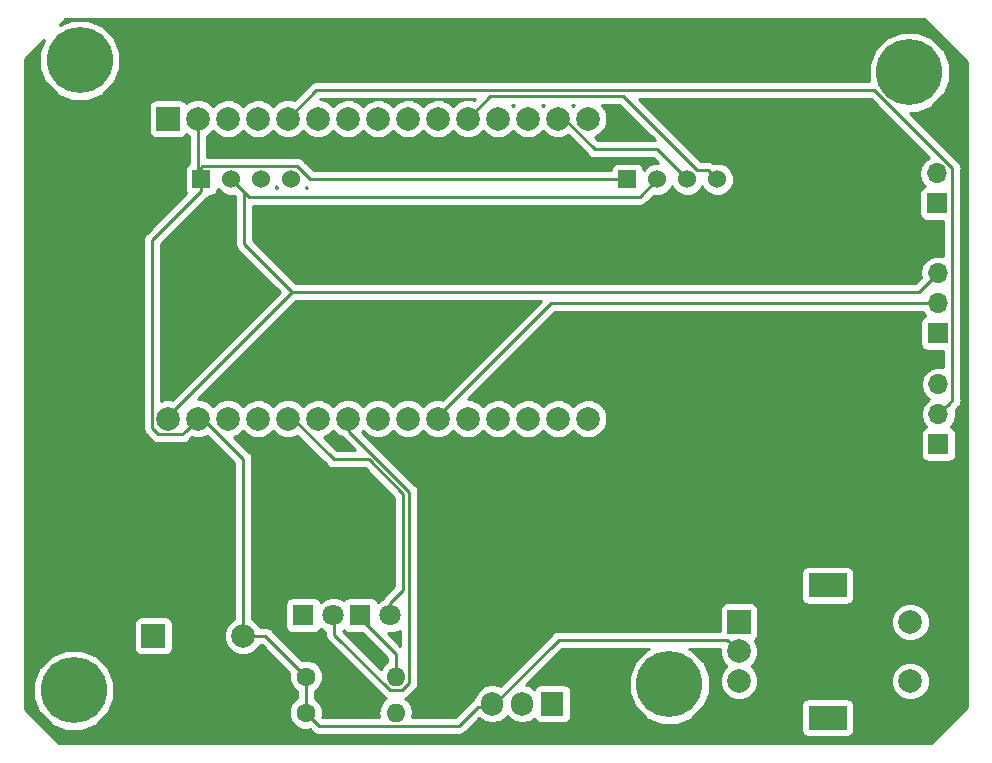
<source format=gtl>
G04 #@! TF.GenerationSoftware,KiCad,Pcbnew,(5.0.2)-1*
G04 #@! TF.CreationDate,2024-08-16T20:27:31+02:00*
G04 #@! TF.ProjectId,MashMachine,4d617368-4d61-4636-9869-6e652e6b6963,rev?*
G04 #@! TF.SameCoordinates,Original*
G04 #@! TF.FileFunction,Copper,L1,Top*
G04 #@! TF.FilePolarity,Positive*
%FSLAX46Y46*%
G04 Gerber Fmt 4.6, Leading zero omitted, Abs format (unit mm)*
G04 Created by KiCad (PCBNEW (5.0.2)-1) date 08/16/24 20:27:31*
%MOMM*%
%LPD*%
G01*
G04 APERTURE LIST*
G04 #@! TA.AperFunction,ComponentPad*
%ADD10R,2.000000X2.000000*%
G04 #@! TD*
G04 #@! TA.AperFunction,ComponentPad*
%ADD11C,2.000000*%
G04 #@! TD*
G04 #@! TA.AperFunction,ComponentPad*
%ADD12R,1.524000X1.524000*%
G04 #@! TD*
G04 #@! TA.AperFunction,ComponentPad*
%ADD13C,1.524000*%
G04 #@! TD*
G04 #@! TA.AperFunction,ComponentPad*
%ADD14C,1.600000*%
G04 #@! TD*
G04 #@! TA.AperFunction,ComponentPad*
%ADD15O,1.600000X1.600000*%
G04 #@! TD*
G04 #@! TA.AperFunction,ComponentPad*
%ADD16R,1.800000X1.800000*%
G04 #@! TD*
G04 #@! TA.AperFunction,ComponentPad*
%ADD17C,1.800000*%
G04 #@! TD*
G04 #@! TA.AperFunction,ComponentPad*
%ADD18C,5.600000*%
G04 #@! TD*
G04 #@! TA.AperFunction,ComponentPad*
%ADD19O,1.700000X1.700000*%
G04 #@! TD*
G04 #@! TA.AperFunction,ComponentPad*
%ADD20R,1.700000X1.700000*%
G04 #@! TD*
G04 #@! TA.AperFunction,ComponentPad*
%ADD21R,1.905000X2.000000*%
G04 #@! TD*
G04 #@! TA.AperFunction,ComponentPad*
%ADD22O,1.905000X2.000000*%
G04 #@! TD*
G04 #@! TA.AperFunction,ComponentPad*
%ADD23R,3.200000X2.000000*%
G04 #@! TD*
G04 #@! TA.AperFunction,Conductor*
%ADD24C,0.250000*%
G04 #@! TD*
G04 #@! TA.AperFunction,NonConductor*
%ADD25C,0.254000*%
G04 #@! TD*
G04 APERTURE END LIST*
D10*
G04 #@! TO.P,ESP32,1*
G04 #@! TO.N,N/C*
X109072000Y-89154000D03*
D11*
G04 #@! TO.P,ESP32,2*
G04 #@! TO.N,Net-(BZ1-Pad2)*
X111612000Y-89154000D03*
G04 #@! TO.P,ESP32,3*
G04 #@! TO.N,N/C*
X114152000Y-89154000D03*
G04 #@! TO.P,ESP32,4*
X116692000Y-89154000D03*
G04 #@! TO.P,ESP32,5*
G04 #@! TO.N,Net-(J2-Pad2)*
X119232000Y-89154000D03*
G04 #@! TO.P,ESP32,6*
G04 #@! TO.N,Net-(SW1-PadB)*
X121772000Y-89154000D03*
G04 #@! TO.P,ESP32,7*
G04 #@! TO.N,N/C*
X124312000Y-89154000D03*
G04 #@! TO.P,ESP32,8*
X126852000Y-89154000D03*
G04 #@! TO.P,ESP32,9*
X129392000Y-89154000D03*
G04 #@! TO.P,ESP32,10*
X131932000Y-89154000D03*
G04 #@! TO.P,ESP32,11*
G04 #@! TO.N,Net-(Brd1-Pad4)*
X134472000Y-89154000D03*
G04 #@! TO.P,ESP32,12*
G04 #@! TO.N,N/C*
X137012000Y-89154000D03*
G04 #@! TO.P,ESP32,13*
X139552000Y-89154000D03*
G04 #@! TO.P,ESP32,14*
G04 #@! TO.N,Net-(Brd1-Pad3)*
X142092000Y-89154000D03*
G04 #@! TO.P,ESP32,15*
G04 #@! TO.N,N/C*
X144632000Y-89154000D03*
G04 #@! TO.P,ESP32,30*
G04 #@! TO.N,Net-(Brd1-Pad2)*
X109072000Y-114554000D03*
G04 #@! TO.P,ESP32,29*
G04 #@! TO.N,Net-(BZ1-Pad2)*
X111612000Y-114554000D03*
G04 #@! TO.P,ESP32,28*
G04 #@! TO.N,Net-(SW1-PadA)*
X114152000Y-114554000D03*
G04 #@! TO.P,ESP32,27*
G04 #@! TO.N,N/C*
X116692000Y-114554000D03*
G04 #@! TO.P,ESP32,26*
G04 #@! TO.N,Net-(ON1-Pad2)*
X119232000Y-114554000D03*
G04 #@! TO.P,ESP32,25*
G04 #@! TO.N,N/C*
X121772000Y-114554000D03*
G04 #@! TO.P,ESP32,24*
G04 #@! TO.N,Net-(DC1-Pad2)*
X124312000Y-114554000D03*
G04 #@! TO.P,ESP32,23*
G04 #@! TO.N,Net-(SW1-PadS2)*
X126852000Y-114554000D03*
G04 #@! TO.P,ESP32,22*
G04 #@! TO.N,Net-(BZ1-Pad1)*
X129392000Y-114554000D03*
G04 #@! TO.P,ESP32,21*
G04 #@! TO.N,Net-(J1-Pad2)*
X131932000Y-114554000D03*
G04 #@! TO.P,ESP32,20*
G04 #@! TO.N,N/C*
X134472000Y-114554000D03*
G04 #@! TO.P,ESP32,19*
X137012000Y-114554000D03*
G04 #@! TO.P,ESP32,18*
X139552000Y-114554000D03*
G04 #@! TO.P,ESP32,17*
X142092000Y-114554000D03*
G04 #@! TO.P,ESP32,16*
X144632000Y-114554000D03*
G04 #@! TD*
D12*
G04 #@! TO.P,Brd2,1*
G04 #@! TO.N,Net-(BZ1-Pad2)*
X147955000Y-94297500D03*
D13*
G04 #@! TO.P,Brd2,2*
G04 #@! TO.N,Net-(Brd1-Pad2)*
X150495000Y-94297500D03*
G04 #@! TO.P,Brd2,3*
G04 #@! TO.N,Net-(Brd1-Pad3)*
X153035000Y-94297500D03*
G04 #@! TO.P,Brd2,4*
G04 #@! TO.N,Net-(Brd1-Pad4)*
X155575000Y-94297500D03*
G04 #@! TD*
D12*
G04 #@! TO.P,Brd1,1*
G04 #@! TO.N,Net-(BZ1-Pad2)*
X111883261Y-94273441D03*
D13*
G04 #@! TO.P,Brd1,2*
G04 #@! TO.N,Net-(Brd1-Pad2)*
X114423261Y-94273441D03*
G04 #@! TO.P,Brd1,3*
G04 #@! TO.N,Net-(Brd1-Pad3)*
X116963261Y-94273441D03*
G04 #@! TO.P,Brd1,4*
G04 #@! TO.N,Net-(Brd1-Pad4)*
X119503261Y-94273441D03*
G04 #@! TD*
D10*
G04 #@! TO.P,BZ1,1*
G04 #@! TO.N,Net-(BZ1-Pad1)*
X107833160Y-132948680D03*
D11*
G04 #@! TO.P,BZ1,2*
G04 #@! TO.N,Net-(BZ1-Pad2)*
X115433160Y-132948680D03*
G04 #@! TD*
D14*
G04 #@! TO.P,R1,1*
G04 #@! TO.N,Net-(BZ1-Pad2)*
X120726200Y-139443190D03*
D15*
G04 #@! TO.P,R1,2*
G04 #@! TO.N,Net-(DC1-Pad1)*
X128346200Y-139443190D03*
G04 #@! TD*
G04 #@! TO.P,R2,2*
G04 #@! TO.N,Net-(ON1-Pad1)*
X128369060Y-136392650D03*
D14*
G04 #@! TO.P,R2,1*
G04 #@! TO.N,Net-(BZ1-Pad2)*
X120749060Y-136392650D03*
G04 #@! TD*
D16*
G04 #@! TO.P,DC,1*
G04 #@! TO.N,Net-(DC1-Pad1)*
X120523000Y-131191000D03*
D17*
G04 #@! TO.P,DC,2*
G04 #@! TO.N,Net-(DC1-Pad2)*
X123063000Y-131191000D03*
G04 #@! TD*
D18*
G04 #@! TO.P,,1*
G04 #@! TO.N,N/C*
X101092000Y-137541000D03*
G04 #@! TD*
G04 #@! TO.P,,1*
G04 #@! TO.N,N/C*
X151511000Y-137033000D03*
G04 #@! TD*
G04 #@! TO.P,,1*
G04 #@! TO.N,N/C*
X101600000Y-84201000D03*
G04 #@! TD*
G04 #@! TO.P,,1*
G04 #@! TO.N,N/C*
X171831000Y-85217000D03*
G04 #@! TD*
D19*
G04 #@! TO.P,Element Temp,3*
G04 #@! TO.N,Net-(Brd1-Pad2)*
X174244000Y-102235000D03*
G04 #@! TO.P,Element Temp,2*
G04 #@! TO.N,Net-(J1-Pad2)*
X174244000Y-104775000D03*
D20*
G04 #@! TO.P,Element Temp,1*
G04 #@! TO.N,Net-(BZ1-Pad2)*
X174244000Y-107315000D03*
G04 #@! TD*
G04 #@! TO.P,MashTemp,1*
G04 #@! TO.N,Net-(BZ1-Pad2)*
X174307500Y-116713000D03*
D19*
G04 #@! TO.P,MashTemp,2*
G04 #@! TO.N,Net-(J2-Pad2)*
X174307500Y-114173000D03*
G04 #@! TO.P,MashTemp,3*
G04 #@! TO.N,Net-(Brd1-Pad2)*
X174307500Y-111633000D03*
G04 #@! TD*
D20*
G04 #@! TO.P,SSR Out,1*
G04 #@! TO.N,Net-(J3-Pad1)*
X174180500Y-96329500D03*
D19*
G04 #@! TO.P,SSR Out,2*
G04 #@! TO.N,Net-(Brd1-Pad2)*
X174180500Y-93789500D03*
G04 #@! TD*
D17*
G04 #@! TO.P,ON,2*
G04 #@! TO.N,Net-(ON1-Pad2)*
X127889000Y-131191000D03*
D16*
G04 #@! TO.P,ON,1*
G04 #@! TO.N,Net-(ON1-Pad1)*
X125349000Y-131191000D03*
G04 #@! TD*
D21*
G04 #@! TO.P,IRLZ44N,1*
G04 #@! TO.N,Net-(DC1-Pad2)*
X141605000Y-138684000D03*
D22*
G04 #@! TO.P,IRLZ44N,2*
G04 #@! TO.N,Net-(J3-Pad1)*
X139065000Y-138684000D03*
G04 #@! TO.P,IRLZ44N,3*
G04 #@! TO.N,Net-(BZ1-Pad2)*
X136525000Y-138684000D03*
G04 #@! TD*
D11*
G04 #@! TO.P,SW,S1*
G04 #@! TO.N,Net-(Brd1-Pad2)*
X171916500Y-136762500D03*
G04 #@! TO.P,SW,S2*
G04 #@! TO.N,Net-(SW1-PadS2)*
X171916500Y-131762500D03*
D23*
G04 #@! TO.P,SW,MP*
G04 #@! TO.N,N/C*
X164916500Y-139862500D03*
X164916500Y-128662500D03*
D11*
G04 #@! TO.P,SW,B*
G04 #@! TO.N,Net-(SW1-PadB)*
X157416500Y-136762500D03*
G04 #@! TO.P,SW,C*
G04 #@! TO.N,Net-(BZ1-Pad2)*
X157416500Y-134262500D03*
D10*
G04 #@! TO.P,SW,A*
G04 #@! TO.N,Net-(SW1-PadA)*
X157416500Y-131762500D03*
G04 #@! TD*
D24*
G04 #@! TO.N,Net-(Brd1-Pad2)*
X115185260Y-95035440D02*
X114423261Y-94273441D01*
X115510262Y-95360442D02*
X115185260Y-95035440D01*
X109188840Y-114244120D02*
X119595220Y-103837740D01*
X115510262Y-99752782D02*
X119595220Y-103837740D01*
X115510262Y-95360442D02*
X115510262Y-99752782D01*
X115510262Y-95360442D02*
X115907820Y-95758000D01*
X149034500Y-95758000D02*
X146304000Y-95758000D01*
X150495000Y-94297500D02*
X149034500Y-95758000D01*
X115907820Y-95758000D02*
X146304000Y-95758000D01*
X172641260Y-103837740D02*
X174244000Y-102235000D01*
X119595220Y-103837740D02*
X172641260Y-103837740D01*
G04 #@! TO.N,Net-(Brd1-Pad3)*
X150492460Y-91754960D02*
X153035000Y-94297500D01*
X142600000Y-89154000D02*
X145200960Y-91754960D01*
X145200960Y-91754960D02*
X150492460Y-91754960D01*
G04 #@! TO.N,Net-(Brd1-Pad4)*
X136377000Y-87249000D02*
X134472000Y-89154000D01*
X147595262Y-87249000D02*
X136377000Y-87249000D01*
X153881763Y-93535501D02*
X147595262Y-87249000D01*
X154813001Y-93535501D02*
X153881763Y-93535501D01*
X155575000Y-94297500D02*
X154813001Y-93535501D01*
G04 #@! TO.N,Net-(BZ1-Pad2)*
X120726200Y-136415510D02*
X120749060Y-136392650D01*
X120726200Y-139443190D02*
X120726200Y-136415510D01*
X117305090Y-132948680D02*
X115433160Y-132948680D01*
X120749060Y-136392650D02*
X117305090Y-132948680D01*
X115433160Y-117948440D02*
X111728840Y-114244120D01*
X115433160Y-132948680D02*
X115433160Y-117948440D01*
X112120000Y-94036702D02*
X111883261Y-94273441D01*
X111612000Y-94002180D02*
X111883261Y-94273441D01*
X111612000Y-89154000D02*
X111612000Y-94002180D01*
X121136082Y-94297500D02*
X147955000Y-94297500D01*
X120025022Y-93186440D02*
X121136082Y-94297500D01*
X111958262Y-93186440D02*
X120025022Y-93186440D01*
X111883261Y-94273441D02*
X111883261Y-93261441D01*
X111883261Y-93261441D02*
X111958262Y-93186440D01*
X142143600Y-133256660D02*
X156410660Y-133256660D01*
X121851201Y-140568191D02*
X133677069Y-140568191D01*
X120726200Y-139443190D02*
X121851201Y-140568191D01*
X133677069Y-140568191D02*
X135317420Y-138927840D01*
X135317420Y-138927840D02*
X136519920Y-138927840D01*
X136519920Y-138927840D02*
X136519920Y-138880340D01*
X156410660Y-133256660D02*
X157416500Y-134262500D01*
X136519920Y-138880340D02*
X142143600Y-133256660D01*
X107746999Y-99421703D02*
X107746999Y-115366999D01*
X111883261Y-94273441D02*
X111883261Y-95285441D01*
X111883261Y-95285441D02*
X107746999Y-99421703D01*
X110612001Y-115553999D02*
X111612000Y-114554000D01*
X110286999Y-115879001D02*
X110612001Y-115553999D01*
X108259001Y-115879001D02*
X110286999Y-115879001D01*
X107746999Y-115366999D02*
X108259001Y-115879001D01*
G04 #@! TO.N,Net-(DC1-Pad2)*
X123164600Y-132611112D02*
X123164600Y-131338320D01*
X123164600Y-132853192D02*
X123164600Y-132611112D01*
X127829059Y-137517651D02*
X123164600Y-132853192D01*
X128909061Y-137517651D02*
X127829059Y-137517651D01*
X129494061Y-136932651D02*
X128909061Y-137517651D01*
X129494061Y-120723554D02*
X129494061Y-136932651D01*
X124428840Y-115658333D02*
X129494061Y-120723554D01*
X124428840Y-114244120D02*
X124428840Y-115658333D01*
G04 #@! TO.N,Net-(J1-Pad2)*
X141517960Y-104775000D02*
X174244000Y-104775000D01*
X132048840Y-114244120D02*
X141517960Y-104775000D01*
G04 #@! TO.N,Net-(J2-Pad2)*
X119232000Y-89154000D02*
X121645000Y-86741000D01*
X175157499Y-113323001D02*
X174307500Y-114173000D01*
X175482501Y-112997999D02*
X175157499Y-113323001D01*
X175482501Y-93352499D02*
X175482501Y-112997999D01*
X168871002Y-86741000D02*
X175482501Y-93352499D01*
X121645000Y-86741000D02*
X168871002Y-86741000D01*
G04 #@! TO.N,Net-(J3-Pad1)*
X139059920Y-138927840D02*
X139059920Y-138975340D01*
G04 #@! TO.N,Net-(ON1-Pad1)*
X128369060Y-134503160D02*
X125331220Y-131465320D01*
X128369060Y-136392650D02*
X128369060Y-134503160D01*
G04 #@! TO.N,Net-(ON1-Pad2)*
X127871220Y-130192528D02*
X129009140Y-129054608D01*
X127871220Y-131465320D02*
X127871220Y-130192528D01*
X129009140Y-129054608D02*
X129009140Y-120934480D01*
X129009140Y-120934480D02*
X126077980Y-118003320D01*
X123108040Y-118003320D02*
X119348840Y-114244120D01*
X126077980Y-118003320D02*
X123108040Y-118003320D01*
G04 #@! TD*
D25*
G36*
X176709000Y-84368092D02*
X176709001Y-138961407D01*
X173632410Y-142038000D01*
X99862091Y-142038000D01*
X96976000Y-139151910D01*
X96976000Y-138213956D01*
X97654965Y-138213956D01*
X97657000Y-138218911D01*
X97657000Y-138224264D01*
X97916391Y-138850490D01*
X98174122Y-139478027D01*
X98179918Y-139486701D01*
X98179947Y-139486771D01*
X98180001Y-139486825D01*
X98185797Y-139495499D01*
X98195428Y-139502252D01*
X99130748Y-140437572D01*
X99137501Y-140447203D01*
X99142444Y-140449268D01*
X99146229Y-140453053D01*
X99772446Y-140712440D01*
X100398434Y-140973936D01*
X100403792Y-140973952D01*
X100408736Y-140976000D01*
X101086529Y-140976000D01*
X101764956Y-140978035D01*
X101769911Y-140976000D01*
X101775264Y-140976000D01*
X102401490Y-140716609D01*
X103029027Y-140458878D01*
X103037701Y-140453082D01*
X103037771Y-140453053D01*
X103037825Y-140452999D01*
X103046499Y-140447203D01*
X103053252Y-140437572D01*
X103988572Y-139502252D01*
X103998203Y-139495499D01*
X104000268Y-139490556D01*
X104004053Y-139486771D01*
X104263440Y-138860554D01*
X104524936Y-138234566D01*
X104524952Y-138229208D01*
X104527000Y-138224264D01*
X104527000Y-137546471D01*
X104529035Y-136868044D01*
X104527000Y-136863089D01*
X104527000Y-136857736D01*
X104267609Y-136231510D01*
X104009878Y-135603973D01*
X104004082Y-135595299D01*
X104004053Y-135595229D01*
X104003999Y-135595175D01*
X103998203Y-135586501D01*
X103988572Y-135579748D01*
X103053252Y-134644428D01*
X103046499Y-134634797D01*
X103041556Y-134632732D01*
X103037771Y-134628947D01*
X102411554Y-134369560D01*
X101785566Y-134108064D01*
X101780208Y-134108048D01*
X101775264Y-134106000D01*
X101097471Y-134106000D01*
X100419044Y-134103965D01*
X100414089Y-134106000D01*
X100408736Y-134106000D01*
X99782510Y-134365391D01*
X99154973Y-134623122D01*
X99146299Y-134628918D01*
X99146229Y-134628947D01*
X99146175Y-134629001D01*
X99137501Y-134634797D01*
X99130748Y-134644428D01*
X98195428Y-135579748D01*
X98185797Y-135586501D01*
X98183732Y-135591444D01*
X98179947Y-135595229D01*
X97920560Y-136221446D01*
X97659064Y-136847434D01*
X97659048Y-136852792D01*
X97657000Y-136857736D01*
X97657000Y-137535529D01*
X97654965Y-138213956D01*
X96976000Y-138213956D01*
X96976000Y-131948680D01*
X106185720Y-131948680D01*
X106185720Y-133948680D01*
X106235003Y-134196445D01*
X106375351Y-134406489D01*
X106585395Y-134546837D01*
X106833160Y-134596120D01*
X108833160Y-134596120D01*
X109080925Y-134546837D01*
X109290969Y-134406489D01*
X109431317Y-134196445D01*
X109480600Y-133948680D01*
X109480600Y-131948680D01*
X109431317Y-131700915D01*
X109290969Y-131490871D01*
X109080925Y-131350523D01*
X108833160Y-131301240D01*
X106833160Y-131301240D01*
X106585395Y-131350523D01*
X106375351Y-131490871D01*
X106235003Y-131700915D01*
X106185720Y-131948680D01*
X96976000Y-131948680D01*
X96976000Y-99421703D01*
X106972111Y-99421703D01*
X106986999Y-99496550D01*
X106987000Y-115292147D01*
X106972111Y-115366999D01*
X107031096Y-115663536D01*
X107156046Y-115850536D01*
X107199071Y-115914928D01*
X107262526Y-115957328D01*
X107668672Y-116363473D01*
X107711072Y-116426930D01*
X107962464Y-116594905D01*
X108184149Y-116639001D01*
X108184153Y-116639001D01*
X108259000Y-116653889D01*
X108333847Y-116639001D01*
X110212152Y-116639001D01*
X110286999Y-116653889D01*
X110361846Y-116639001D01*
X110361851Y-116639001D01*
X110583536Y-116594905D01*
X110834928Y-116426930D01*
X110877330Y-116363471D01*
X111120624Y-116120177D01*
X111286778Y-116189000D01*
X111937222Y-116189000D01*
X112405112Y-115995193D01*
X114673161Y-118263243D01*
X114673160Y-131493771D01*
X114507007Y-131562594D01*
X114047074Y-132022527D01*
X113798160Y-132623458D01*
X113798160Y-133273902D01*
X114047074Y-133874833D01*
X114507007Y-134334766D01*
X115107938Y-134583680D01*
X115758382Y-134583680D01*
X116359313Y-134334766D01*
X116819246Y-133874833D01*
X116888069Y-133708680D01*
X116990289Y-133708680D01*
X119335956Y-136054348D01*
X119314060Y-136107211D01*
X119314060Y-136678089D01*
X119532526Y-137205512D01*
X119936198Y-137609184D01*
X119966201Y-137621611D01*
X119966200Y-138204760D01*
X119913338Y-138226656D01*
X119509666Y-138630328D01*
X119291200Y-139157751D01*
X119291200Y-139728629D01*
X119509666Y-140256052D01*
X119913338Y-140659724D01*
X120440761Y-140878190D01*
X121011639Y-140878190D01*
X121064502Y-140856294D01*
X121260872Y-141052664D01*
X121303272Y-141116120D01*
X121366728Y-141158520D01*
X121554663Y-141284095D01*
X121602806Y-141293671D01*
X121776349Y-141328191D01*
X121776353Y-141328191D01*
X121851201Y-141343079D01*
X121926049Y-141328191D01*
X133602222Y-141328191D01*
X133677069Y-141343079D01*
X133751916Y-141328191D01*
X133751921Y-141328191D01*
X133973606Y-141284095D01*
X134224998Y-141116120D01*
X134267400Y-141052661D01*
X135418579Y-139901482D01*
X135905589Y-140226891D01*
X136525000Y-140350100D01*
X137144410Y-140226891D01*
X137669523Y-139876023D01*
X137795000Y-139688233D01*
X137920477Y-139876023D01*
X138445589Y-140226891D01*
X139065000Y-140350100D01*
X139684410Y-140226891D01*
X140076491Y-139964912D01*
X140194691Y-140141809D01*
X140404735Y-140282157D01*
X140652500Y-140331440D01*
X142557500Y-140331440D01*
X142805265Y-140282157D01*
X143015309Y-140141809D01*
X143155657Y-139931765D01*
X143204940Y-139684000D01*
X143204940Y-137684000D01*
X143155657Y-137436235D01*
X143015309Y-137226191D01*
X142805265Y-137085843D01*
X142557500Y-137036560D01*
X140652500Y-137036560D01*
X140404735Y-137085843D01*
X140194691Y-137226191D01*
X140076491Y-137403088D01*
X139684411Y-137141109D01*
X139392097Y-137082964D01*
X142458402Y-134016660D01*
X149813714Y-134016660D01*
X149573973Y-134115122D01*
X149565299Y-134120918D01*
X149565229Y-134120947D01*
X149565175Y-134121001D01*
X149556501Y-134126797D01*
X149549748Y-134136428D01*
X148614428Y-135071748D01*
X148604797Y-135078501D01*
X148602732Y-135083444D01*
X148598947Y-135087229D01*
X148339560Y-135713446D01*
X148078064Y-136339434D01*
X148078048Y-136344792D01*
X148076000Y-136349736D01*
X148076000Y-137027529D01*
X148073965Y-137705956D01*
X148076000Y-137710911D01*
X148076000Y-137716264D01*
X148335391Y-138342490D01*
X148593122Y-138970027D01*
X148598918Y-138978701D01*
X148598947Y-138978771D01*
X148599001Y-138978825D01*
X148604797Y-138987499D01*
X148614428Y-138994252D01*
X149549748Y-139929572D01*
X149556501Y-139939203D01*
X149561444Y-139941268D01*
X149565229Y-139945053D01*
X150191446Y-140204440D01*
X150817434Y-140465936D01*
X150822792Y-140465952D01*
X150827736Y-140468000D01*
X151505529Y-140468000D01*
X152183956Y-140470035D01*
X152188911Y-140468000D01*
X152194264Y-140468000D01*
X152820490Y-140208609D01*
X153448027Y-139950878D01*
X153456701Y-139945082D01*
X153456771Y-139945053D01*
X153456825Y-139944999D01*
X153465499Y-139939203D01*
X153472252Y-139929572D01*
X154407572Y-138994252D01*
X154417203Y-138987499D01*
X154419268Y-138982556D01*
X154423053Y-138978771D01*
X154471213Y-138862500D01*
X162669060Y-138862500D01*
X162669060Y-140862500D01*
X162681500Y-140925041D01*
X162681500Y-140988810D01*
X162705903Y-141047724D01*
X162718343Y-141110265D01*
X162753770Y-141163285D01*
X162778173Y-141222199D01*
X162823265Y-141267291D01*
X162858691Y-141320309D01*
X162911711Y-141355736D01*
X162956802Y-141400827D01*
X163015714Y-141425229D01*
X163068735Y-141460657D01*
X163131278Y-141473097D01*
X163190191Y-141497500D01*
X163253959Y-141497500D01*
X163316500Y-141509940D01*
X166516500Y-141509940D01*
X166579041Y-141497500D01*
X166642809Y-141497500D01*
X166701722Y-141473097D01*
X166764265Y-141460657D01*
X166817286Y-141425229D01*
X166876198Y-141400827D01*
X166921289Y-141355736D01*
X166974309Y-141320309D01*
X167009735Y-141267291D01*
X167054827Y-141222199D01*
X167079230Y-141163285D01*
X167114657Y-141110265D01*
X167127097Y-141047724D01*
X167151500Y-140988810D01*
X167151500Y-140925041D01*
X167163940Y-140862500D01*
X167163940Y-138862500D01*
X167151500Y-138799959D01*
X167151500Y-138736190D01*
X167127097Y-138677276D01*
X167114657Y-138614735D01*
X167079230Y-138561715D01*
X167054827Y-138502801D01*
X167009735Y-138457709D01*
X166974309Y-138404691D01*
X166921289Y-138369264D01*
X166876198Y-138324173D01*
X166817286Y-138299771D01*
X166764265Y-138264343D01*
X166701722Y-138251903D01*
X166642809Y-138227500D01*
X166579041Y-138227500D01*
X166516500Y-138215060D01*
X163316500Y-138215060D01*
X163253959Y-138227500D01*
X163190191Y-138227500D01*
X163131278Y-138251903D01*
X163068735Y-138264343D01*
X163015714Y-138299771D01*
X162956802Y-138324173D01*
X162911711Y-138369264D01*
X162858691Y-138404691D01*
X162823265Y-138457709D01*
X162778173Y-138502801D01*
X162753770Y-138561715D01*
X162718343Y-138614735D01*
X162705903Y-138677276D01*
X162681500Y-138736190D01*
X162681500Y-138799959D01*
X162669060Y-138862500D01*
X154471213Y-138862500D01*
X154682440Y-138352554D01*
X154943936Y-137726566D01*
X154943952Y-137721208D01*
X154946000Y-137716264D01*
X154946000Y-137038471D01*
X154948035Y-136360044D01*
X154946000Y-136355089D01*
X154946000Y-136349736D01*
X154686609Y-135723510D01*
X154428878Y-135095973D01*
X154423082Y-135087299D01*
X154423053Y-135087229D01*
X154422999Y-135087175D01*
X154417203Y-135078501D01*
X154407572Y-135071748D01*
X153472252Y-134136428D01*
X153465499Y-134126797D01*
X153460556Y-134124732D01*
X153456771Y-134120947D01*
X153205000Y-134016660D01*
X155781500Y-134016660D01*
X155781500Y-134587722D01*
X156030414Y-135188653D01*
X156354261Y-135512500D01*
X156030414Y-135836347D01*
X155781500Y-136437278D01*
X155781500Y-137087722D01*
X156030414Y-137688653D01*
X156490347Y-138148586D01*
X157091278Y-138397500D01*
X157741722Y-138397500D01*
X158342653Y-138148586D01*
X158802586Y-137688653D01*
X159051500Y-137087722D01*
X159051500Y-136437278D01*
X170281500Y-136437278D01*
X170281500Y-137087722D01*
X170530414Y-137688653D01*
X170990347Y-138148586D01*
X171591278Y-138397500D01*
X172241722Y-138397500D01*
X172842653Y-138148586D01*
X173302586Y-137688653D01*
X173551500Y-137087722D01*
X173551500Y-136437278D01*
X173302586Y-135836347D01*
X172842653Y-135376414D01*
X172241722Y-135127500D01*
X171591278Y-135127500D01*
X170990347Y-135376414D01*
X170530414Y-135836347D01*
X170281500Y-136437278D01*
X159051500Y-136437278D01*
X158802586Y-135836347D01*
X158478739Y-135512500D01*
X158802586Y-135188653D01*
X159051500Y-134587722D01*
X159051500Y-133937278D01*
X158802586Y-133336347D01*
X158761755Y-133295516D01*
X158874309Y-133220309D01*
X159014657Y-133010265D01*
X159063940Y-132762500D01*
X159063940Y-131437278D01*
X170281500Y-131437278D01*
X170281500Y-132087722D01*
X170530414Y-132688653D01*
X170990347Y-133148586D01*
X171591278Y-133397500D01*
X172241722Y-133397500D01*
X172842653Y-133148586D01*
X173302586Y-132688653D01*
X173551500Y-132087722D01*
X173551500Y-131437278D01*
X173302586Y-130836347D01*
X172842653Y-130376414D01*
X172241722Y-130127500D01*
X171591278Y-130127500D01*
X170990347Y-130376414D01*
X170530414Y-130836347D01*
X170281500Y-131437278D01*
X159063940Y-131437278D01*
X159063940Y-130762500D01*
X159014657Y-130514735D01*
X158874309Y-130304691D01*
X158664265Y-130164343D01*
X158416500Y-130115060D01*
X156416500Y-130115060D01*
X156168735Y-130164343D01*
X155958691Y-130304691D01*
X155818343Y-130514735D01*
X155769060Y-130762500D01*
X155769060Y-132496660D01*
X142218448Y-132496660D01*
X142143600Y-132481772D01*
X142068752Y-132496660D01*
X142068748Y-132496660D01*
X141847063Y-132540756D01*
X141595671Y-132708731D01*
X141553271Y-132772187D01*
X137168353Y-137157106D01*
X137144411Y-137141109D01*
X136525000Y-137017900D01*
X135905590Y-137141109D01*
X135380477Y-137491977D01*
X135029609Y-138017089D01*
X134986248Y-138235078D01*
X134769491Y-138379911D01*
X134727091Y-138443367D01*
X133362268Y-139808191D01*
X129736710Y-139808191D01*
X129809313Y-139443190D01*
X129697940Y-138883281D01*
X129380777Y-138408613D01*
X129138699Y-138246862D01*
X129205598Y-138233555D01*
X129456990Y-138065580D01*
X129499392Y-138002121D01*
X129978534Y-137522980D01*
X130041990Y-137480580D01*
X130209965Y-137229188D01*
X130254061Y-137007503D01*
X130254061Y-137007498D01*
X130268949Y-136932651D01*
X130254061Y-136857804D01*
X130254061Y-127662500D01*
X162669060Y-127662500D01*
X162669060Y-129662500D01*
X162681500Y-129725041D01*
X162681500Y-129788810D01*
X162705903Y-129847724D01*
X162718343Y-129910265D01*
X162753770Y-129963285D01*
X162778173Y-130022199D01*
X162823265Y-130067291D01*
X162858691Y-130120309D01*
X162911711Y-130155736D01*
X162956802Y-130200827D01*
X163015714Y-130225229D01*
X163068735Y-130260657D01*
X163131278Y-130273097D01*
X163190191Y-130297500D01*
X163253959Y-130297500D01*
X163316500Y-130309940D01*
X166516500Y-130309940D01*
X166579041Y-130297500D01*
X166642809Y-130297500D01*
X166701722Y-130273097D01*
X166764265Y-130260657D01*
X166817286Y-130225229D01*
X166876198Y-130200827D01*
X166921289Y-130155736D01*
X166974309Y-130120309D01*
X167009735Y-130067291D01*
X167054827Y-130022199D01*
X167079230Y-129963285D01*
X167114657Y-129910265D01*
X167127097Y-129847724D01*
X167151500Y-129788810D01*
X167151500Y-129725041D01*
X167163940Y-129662500D01*
X167163940Y-127662500D01*
X167151500Y-127599959D01*
X167151500Y-127536190D01*
X167127097Y-127477276D01*
X167114657Y-127414735D01*
X167079230Y-127361715D01*
X167054827Y-127302801D01*
X167009735Y-127257709D01*
X166974309Y-127204691D01*
X166921289Y-127169264D01*
X166876198Y-127124173D01*
X166817286Y-127099771D01*
X166764265Y-127064343D01*
X166701722Y-127051903D01*
X166642809Y-127027500D01*
X166579041Y-127027500D01*
X166516500Y-127015060D01*
X163316500Y-127015060D01*
X163253959Y-127027500D01*
X163190191Y-127027500D01*
X163131278Y-127051903D01*
X163068735Y-127064343D01*
X163015714Y-127099771D01*
X162956802Y-127124173D01*
X162911711Y-127169264D01*
X162858691Y-127204691D01*
X162823265Y-127257709D01*
X162778173Y-127302801D01*
X162753770Y-127361715D01*
X162718343Y-127414735D01*
X162705903Y-127477276D01*
X162681500Y-127536190D01*
X162681500Y-127599959D01*
X162669060Y-127662500D01*
X130254061Y-127662500D01*
X130254061Y-120798400D01*
X130268949Y-120723553D01*
X130254061Y-120648706D01*
X130254061Y-120648702D01*
X130209965Y-120427017D01*
X130041990Y-120175625D01*
X129978534Y-120133225D01*
X125511774Y-115666465D01*
X125582000Y-115596239D01*
X125925847Y-115940086D01*
X126526778Y-116189000D01*
X127177222Y-116189000D01*
X127778153Y-115940086D01*
X128122000Y-115596239D01*
X128465847Y-115940086D01*
X129066778Y-116189000D01*
X129717222Y-116189000D01*
X130318153Y-115940086D01*
X130662000Y-115596239D01*
X131005847Y-115940086D01*
X131606778Y-116189000D01*
X132257222Y-116189000D01*
X132858153Y-115940086D01*
X133202000Y-115596239D01*
X133545847Y-115940086D01*
X133592581Y-115959444D01*
X133597736Y-115973387D01*
X133874263Y-116076120D01*
X134146778Y-116189000D01*
X134178100Y-116189000D01*
X134207461Y-116199908D01*
X134502247Y-116189000D01*
X134797222Y-116189000D01*
X134826158Y-116177014D01*
X134857460Y-116175856D01*
X135346264Y-115973387D01*
X135351419Y-115959444D01*
X135398153Y-115940086D01*
X135742000Y-115596239D01*
X136085847Y-115940086D01*
X136132581Y-115959444D01*
X136137736Y-115973387D01*
X136414263Y-116076120D01*
X136686778Y-116189000D01*
X136718100Y-116189000D01*
X136747461Y-116199908D01*
X137042247Y-116189000D01*
X137337222Y-116189000D01*
X137366158Y-116177014D01*
X137397460Y-116175856D01*
X137886264Y-115973387D01*
X137891419Y-115959444D01*
X137938153Y-115940086D01*
X138282000Y-115596239D01*
X138625847Y-115940086D01*
X138672581Y-115959444D01*
X138677736Y-115973387D01*
X138954263Y-116076120D01*
X139226778Y-116189000D01*
X139258100Y-116189000D01*
X139287461Y-116199908D01*
X139582247Y-116189000D01*
X139877222Y-116189000D01*
X139906158Y-116177014D01*
X139937460Y-116175856D01*
X140426264Y-115973387D01*
X140431419Y-115959444D01*
X140478153Y-115940086D01*
X140822000Y-115596239D01*
X141165847Y-115940086D01*
X141212581Y-115959444D01*
X141217736Y-115973387D01*
X141494263Y-116076120D01*
X141766778Y-116189000D01*
X141798100Y-116189000D01*
X141827461Y-116199908D01*
X142122247Y-116189000D01*
X142417222Y-116189000D01*
X142446158Y-116177014D01*
X142477460Y-116175856D01*
X142966264Y-115973387D01*
X142971419Y-115959444D01*
X143018153Y-115940086D01*
X143362000Y-115596239D01*
X143705847Y-115940086D01*
X143752581Y-115959444D01*
X143757736Y-115973387D01*
X144034263Y-116076120D01*
X144306778Y-116189000D01*
X144338100Y-116189000D01*
X144367461Y-116199908D01*
X144662247Y-116189000D01*
X144957222Y-116189000D01*
X144986158Y-116177014D01*
X145017460Y-116175856D01*
X145506264Y-115973387D01*
X145511419Y-115959444D01*
X145558153Y-115940086D01*
X146018086Y-115480153D01*
X146037444Y-115433419D01*
X146051387Y-115428264D01*
X146154120Y-115151737D01*
X146267000Y-114879222D01*
X146267000Y-114847900D01*
X146277908Y-114818539D01*
X146267000Y-114523753D01*
X146267000Y-114228778D01*
X146255014Y-114199842D01*
X146253856Y-114168540D01*
X146051387Y-113679736D01*
X146037444Y-113674581D01*
X146018086Y-113627847D01*
X145558153Y-113167914D01*
X145511419Y-113148556D01*
X145506264Y-113134613D01*
X145229737Y-113031880D01*
X144957222Y-112919000D01*
X144925900Y-112919000D01*
X144896539Y-112908092D01*
X144601753Y-112919000D01*
X144306778Y-112919000D01*
X144277842Y-112930986D01*
X144246540Y-112932144D01*
X143757736Y-113134613D01*
X143752581Y-113148556D01*
X143705847Y-113167914D01*
X143362000Y-113511761D01*
X143018153Y-113167914D01*
X142971419Y-113148556D01*
X142966264Y-113134613D01*
X142689737Y-113031880D01*
X142417222Y-112919000D01*
X142385900Y-112919000D01*
X142356539Y-112908092D01*
X142061753Y-112919000D01*
X141766778Y-112919000D01*
X141737842Y-112930986D01*
X141706540Y-112932144D01*
X141217736Y-113134613D01*
X141212581Y-113148556D01*
X141165847Y-113167914D01*
X140822000Y-113511761D01*
X140478153Y-113167914D01*
X140431419Y-113148556D01*
X140426264Y-113134613D01*
X140149737Y-113031880D01*
X139877222Y-112919000D01*
X139845900Y-112919000D01*
X139816539Y-112908092D01*
X139521753Y-112919000D01*
X139226778Y-112919000D01*
X139197842Y-112930986D01*
X139166540Y-112932144D01*
X138677736Y-113134613D01*
X138672581Y-113148556D01*
X138625847Y-113167914D01*
X138282000Y-113511761D01*
X137938153Y-113167914D01*
X137891419Y-113148556D01*
X137886264Y-113134613D01*
X137609737Y-113031880D01*
X137337222Y-112919000D01*
X137305900Y-112919000D01*
X137276539Y-112908092D01*
X136981753Y-112919000D01*
X136686778Y-112919000D01*
X136657842Y-112930986D01*
X136626540Y-112932144D01*
X136137736Y-113134613D01*
X136132581Y-113148556D01*
X136085847Y-113167914D01*
X135742000Y-113511761D01*
X135398153Y-113167914D01*
X135351419Y-113148556D01*
X135346264Y-113134613D01*
X135069737Y-113031880D01*
X134797222Y-112919000D01*
X134765900Y-112919000D01*
X134736539Y-112908092D01*
X134449030Y-112918731D01*
X141832762Y-105535000D01*
X172965822Y-105535000D01*
X173173375Y-105845625D01*
X173191619Y-105857816D01*
X173146235Y-105866843D01*
X172936191Y-106007191D01*
X172795843Y-106217235D01*
X172746560Y-106465000D01*
X172746560Y-108165000D01*
X172795843Y-108412765D01*
X172936191Y-108622809D01*
X173146235Y-108763157D01*
X173394000Y-108812440D01*
X174722502Y-108812440D01*
X174722502Y-110201457D01*
X174453756Y-110148000D01*
X174161244Y-110148000D01*
X173728082Y-110234161D01*
X173236875Y-110562375D01*
X172908661Y-111053582D01*
X172793408Y-111633000D01*
X172908661Y-112212418D01*
X173236875Y-112703625D01*
X173535261Y-112903000D01*
X173236875Y-113102375D01*
X172908661Y-113593582D01*
X172793408Y-114173000D01*
X172908661Y-114752418D01*
X173236875Y-115243625D01*
X173255119Y-115255816D01*
X173209735Y-115264843D01*
X172999691Y-115405191D01*
X172859343Y-115615235D01*
X172810060Y-115863000D01*
X172810060Y-117563000D01*
X172859343Y-117810765D01*
X172999691Y-118020809D01*
X173209735Y-118161157D01*
X173457500Y-118210440D01*
X175157500Y-118210440D01*
X175405265Y-118161157D01*
X175615309Y-118020809D01*
X175755657Y-117810765D01*
X175804940Y-117563000D01*
X175804940Y-115863000D01*
X175755657Y-115615235D01*
X175615309Y-115405191D01*
X175405265Y-115264843D01*
X175359881Y-115255816D01*
X175378125Y-115243625D01*
X175706339Y-114752418D01*
X175821592Y-114173000D01*
X175748709Y-113806592D01*
X175966971Y-113588330D01*
X176030430Y-113545928D01*
X176198405Y-113294536D01*
X176242501Y-113072851D01*
X176242501Y-113072847D01*
X176257389Y-112998000D01*
X176242501Y-112923153D01*
X176242501Y-93427347D01*
X176257389Y-93352499D01*
X176242501Y-93277651D01*
X176242501Y-93277647D01*
X176198405Y-93055962D01*
X176030430Y-92804570D01*
X175966974Y-92762170D01*
X171856897Y-88652094D01*
X172503956Y-88654035D01*
X172508911Y-88652000D01*
X172514264Y-88652000D01*
X173140490Y-88392609D01*
X173768027Y-88134878D01*
X173776701Y-88129082D01*
X173776771Y-88129053D01*
X173776825Y-88128999D01*
X173785499Y-88123203D01*
X173792252Y-88113572D01*
X174727572Y-87178252D01*
X174737203Y-87171499D01*
X174739268Y-87166556D01*
X174743053Y-87162771D01*
X175002440Y-86536554D01*
X175263936Y-85910566D01*
X175263952Y-85905208D01*
X175266000Y-85900264D01*
X175266000Y-85222471D01*
X175268035Y-84544044D01*
X175266000Y-84539089D01*
X175266000Y-84533736D01*
X175006609Y-83907510D01*
X174748878Y-83279973D01*
X174743082Y-83271299D01*
X174743053Y-83271229D01*
X174742999Y-83271175D01*
X174737203Y-83262501D01*
X174727572Y-83255748D01*
X173792252Y-82320428D01*
X173785499Y-82310797D01*
X173780556Y-82308732D01*
X173776771Y-82304947D01*
X173150554Y-82045560D01*
X172524566Y-81784064D01*
X172519208Y-81784048D01*
X172514264Y-81782000D01*
X171836471Y-81782000D01*
X171158044Y-81779965D01*
X171153089Y-81782000D01*
X171147736Y-81782000D01*
X170521510Y-82041391D01*
X169893973Y-82299122D01*
X169885299Y-82304918D01*
X169885229Y-82304947D01*
X169885175Y-82305001D01*
X169876501Y-82310797D01*
X169869748Y-82320428D01*
X168934428Y-83255748D01*
X168924797Y-83262501D01*
X168922732Y-83267444D01*
X168918947Y-83271229D01*
X168659560Y-83897446D01*
X168398064Y-84523434D01*
X168398048Y-84528792D01*
X168396000Y-84533736D01*
X168396000Y-85211529D01*
X168393965Y-85889956D01*
X168396000Y-85894911D01*
X168396000Y-85900264D01*
X168429442Y-85981000D01*
X121719846Y-85981000D01*
X121644999Y-85966112D01*
X121570152Y-85981000D01*
X121570148Y-85981000D01*
X121348463Y-86025096D01*
X121348461Y-86025097D01*
X121348462Y-86025097D01*
X121160526Y-86150671D01*
X121160524Y-86150673D01*
X121097071Y-86193071D01*
X121054673Y-86256524D01*
X119723375Y-87587823D01*
X119557222Y-87519000D01*
X118906778Y-87519000D01*
X118305847Y-87767914D01*
X117962000Y-88111761D01*
X117618153Y-87767914D01*
X117571419Y-87748556D01*
X117566264Y-87734613D01*
X117289737Y-87631880D01*
X117017222Y-87519000D01*
X116985900Y-87519000D01*
X116956539Y-87508092D01*
X116661753Y-87519000D01*
X116366778Y-87519000D01*
X116337842Y-87530986D01*
X116306540Y-87532144D01*
X115817736Y-87734613D01*
X115812581Y-87748556D01*
X115765847Y-87767914D01*
X115422000Y-88111761D01*
X115078153Y-87767914D01*
X115031419Y-87748556D01*
X115026264Y-87734613D01*
X114749737Y-87631880D01*
X114477222Y-87519000D01*
X114445900Y-87519000D01*
X114416539Y-87508092D01*
X114121753Y-87519000D01*
X113826778Y-87519000D01*
X113797842Y-87530986D01*
X113766540Y-87532144D01*
X113277736Y-87734613D01*
X113272581Y-87748556D01*
X113225847Y-87767914D01*
X112882000Y-88111761D01*
X112538153Y-87767914D01*
X111937222Y-87519000D01*
X111286778Y-87519000D01*
X110685847Y-87767914D01*
X110624717Y-87829044D01*
X110610327Y-87794302D01*
X110565236Y-87749211D01*
X110529809Y-87696191D01*
X110476791Y-87660765D01*
X110431699Y-87615673D01*
X110372785Y-87591270D01*
X110319765Y-87555843D01*
X110257224Y-87543403D01*
X110198310Y-87519000D01*
X110134541Y-87519000D01*
X110072000Y-87506560D01*
X108072000Y-87506560D01*
X108009459Y-87519000D01*
X107945690Y-87519000D01*
X107886776Y-87543403D01*
X107824235Y-87555843D01*
X107771215Y-87591270D01*
X107712301Y-87615673D01*
X107667209Y-87660765D01*
X107614191Y-87696191D01*
X107578764Y-87749211D01*
X107533673Y-87794302D01*
X107509271Y-87853214D01*
X107473843Y-87906235D01*
X107461403Y-87968778D01*
X107437000Y-88027691D01*
X107437000Y-88091459D01*
X107424560Y-88154000D01*
X107424560Y-90154000D01*
X107437000Y-90216541D01*
X107437000Y-90280309D01*
X107461403Y-90339222D01*
X107473843Y-90401765D01*
X107509271Y-90454786D01*
X107533673Y-90513698D01*
X107578764Y-90558789D01*
X107614191Y-90611809D01*
X107667209Y-90647235D01*
X107712301Y-90692327D01*
X107771215Y-90716730D01*
X107824235Y-90752157D01*
X107886776Y-90764597D01*
X107945690Y-90789000D01*
X108009459Y-90789000D01*
X108072000Y-90801440D01*
X110072000Y-90801440D01*
X110134541Y-90789000D01*
X110198310Y-90789000D01*
X110257224Y-90764597D01*
X110319765Y-90752157D01*
X110372785Y-90716730D01*
X110431699Y-90692327D01*
X110476791Y-90647235D01*
X110529809Y-90611809D01*
X110565236Y-90558789D01*
X110610327Y-90513698D01*
X110624717Y-90478956D01*
X110685847Y-90540086D01*
X110852000Y-90608909D01*
X110852001Y-92927647D01*
X110663452Y-93053632D01*
X110523104Y-93263676D01*
X110473821Y-93511441D01*
X110473821Y-95035441D01*
X110523104Y-95283206D01*
X110638297Y-95455603D01*
X107262529Y-98831372D01*
X107199070Y-98873774D01*
X107031095Y-99125167D01*
X106986999Y-99346852D01*
X106986999Y-99346856D01*
X106972111Y-99421703D01*
X96976000Y-99421703D01*
X96976000Y-84114090D01*
X98584063Y-82506028D01*
X98428560Y-82881446D01*
X98167064Y-83507434D01*
X98167048Y-83512792D01*
X98165000Y-83517736D01*
X98165000Y-84195529D01*
X98162965Y-84873956D01*
X98165000Y-84878911D01*
X98165000Y-84884264D01*
X98424391Y-85510490D01*
X98682122Y-86138027D01*
X98687918Y-86146701D01*
X98687947Y-86146771D01*
X98688001Y-86146825D01*
X98693797Y-86155499D01*
X98703428Y-86162252D01*
X99638748Y-87097572D01*
X99645501Y-87107203D01*
X99650444Y-87109268D01*
X99654229Y-87113053D01*
X100280446Y-87372440D01*
X100906434Y-87633936D01*
X100911792Y-87633952D01*
X100916736Y-87636000D01*
X101594529Y-87636000D01*
X102272956Y-87638035D01*
X102277911Y-87636000D01*
X102283264Y-87636000D01*
X102909490Y-87376609D01*
X103537027Y-87118878D01*
X103545701Y-87113082D01*
X103545771Y-87113053D01*
X103545825Y-87112999D01*
X103554499Y-87107203D01*
X103561252Y-87097572D01*
X104496572Y-86162252D01*
X104506203Y-86155499D01*
X104508268Y-86150556D01*
X104512053Y-86146771D01*
X104771440Y-85520554D01*
X105032936Y-84894566D01*
X105032952Y-84889208D01*
X105035000Y-84884264D01*
X105035000Y-84206471D01*
X105037035Y-83528044D01*
X105035000Y-83523089D01*
X105035000Y-83517736D01*
X104775609Y-82891510D01*
X104517878Y-82263973D01*
X104512082Y-82255299D01*
X104512053Y-82255229D01*
X104511999Y-82255175D01*
X104506203Y-82246501D01*
X104496572Y-82239748D01*
X103561252Y-81304428D01*
X103554499Y-81294797D01*
X103549556Y-81292732D01*
X103545771Y-81288947D01*
X102919554Y-81029560D01*
X102293566Y-80768064D01*
X102288208Y-80768048D01*
X102283264Y-80766000D01*
X101605471Y-80766000D01*
X100927044Y-80763965D01*
X100922089Y-80766000D01*
X100916736Y-80766000D01*
X100290510Y-81025391D01*
X99907326Y-81182766D01*
X100370092Y-80720000D01*
X173060910Y-80720000D01*
X176709000Y-84368092D01*
X176709000Y-84368092D01*
G37*
X176709000Y-84368092D02*
X176709001Y-138961407D01*
X173632410Y-142038000D01*
X99862091Y-142038000D01*
X96976000Y-139151910D01*
X96976000Y-138213956D01*
X97654965Y-138213956D01*
X97657000Y-138218911D01*
X97657000Y-138224264D01*
X97916391Y-138850490D01*
X98174122Y-139478027D01*
X98179918Y-139486701D01*
X98179947Y-139486771D01*
X98180001Y-139486825D01*
X98185797Y-139495499D01*
X98195428Y-139502252D01*
X99130748Y-140437572D01*
X99137501Y-140447203D01*
X99142444Y-140449268D01*
X99146229Y-140453053D01*
X99772446Y-140712440D01*
X100398434Y-140973936D01*
X100403792Y-140973952D01*
X100408736Y-140976000D01*
X101086529Y-140976000D01*
X101764956Y-140978035D01*
X101769911Y-140976000D01*
X101775264Y-140976000D01*
X102401490Y-140716609D01*
X103029027Y-140458878D01*
X103037701Y-140453082D01*
X103037771Y-140453053D01*
X103037825Y-140452999D01*
X103046499Y-140447203D01*
X103053252Y-140437572D01*
X103988572Y-139502252D01*
X103998203Y-139495499D01*
X104000268Y-139490556D01*
X104004053Y-139486771D01*
X104263440Y-138860554D01*
X104524936Y-138234566D01*
X104524952Y-138229208D01*
X104527000Y-138224264D01*
X104527000Y-137546471D01*
X104529035Y-136868044D01*
X104527000Y-136863089D01*
X104527000Y-136857736D01*
X104267609Y-136231510D01*
X104009878Y-135603973D01*
X104004082Y-135595299D01*
X104004053Y-135595229D01*
X104003999Y-135595175D01*
X103998203Y-135586501D01*
X103988572Y-135579748D01*
X103053252Y-134644428D01*
X103046499Y-134634797D01*
X103041556Y-134632732D01*
X103037771Y-134628947D01*
X102411554Y-134369560D01*
X101785566Y-134108064D01*
X101780208Y-134108048D01*
X101775264Y-134106000D01*
X101097471Y-134106000D01*
X100419044Y-134103965D01*
X100414089Y-134106000D01*
X100408736Y-134106000D01*
X99782510Y-134365391D01*
X99154973Y-134623122D01*
X99146299Y-134628918D01*
X99146229Y-134628947D01*
X99146175Y-134629001D01*
X99137501Y-134634797D01*
X99130748Y-134644428D01*
X98195428Y-135579748D01*
X98185797Y-135586501D01*
X98183732Y-135591444D01*
X98179947Y-135595229D01*
X97920560Y-136221446D01*
X97659064Y-136847434D01*
X97659048Y-136852792D01*
X97657000Y-136857736D01*
X97657000Y-137535529D01*
X97654965Y-138213956D01*
X96976000Y-138213956D01*
X96976000Y-131948680D01*
X106185720Y-131948680D01*
X106185720Y-133948680D01*
X106235003Y-134196445D01*
X106375351Y-134406489D01*
X106585395Y-134546837D01*
X106833160Y-134596120D01*
X108833160Y-134596120D01*
X109080925Y-134546837D01*
X109290969Y-134406489D01*
X109431317Y-134196445D01*
X109480600Y-133948680D01*
X109480600Y-131948680D01*
X109431317Y-131700915D01*
X109290969Y-131490871D01*
X109080925Y-131350523D01*
X108833160Y-131301240D01*
X106833160Y-131301240D01*
X106585395Y-131350523D01*
X106375351Y-131490871D01*
X106235003Y-131700915D01*
X106185720Y-131948680D01*
X96976000Y-131948680D01*
X96976000Y-99421703D01*
X106972111Y-99421703D01*
X106986999Y-99496550D01*
X106987000Y-115292147D01*
X106972111Y-115366999D01*
X107031096Y-115663536D01*
X107156046Y-115850536D01*
X107199071Y-115914928D01*
X107262526Y-115957328D01*
X107668672Y-116363473D01*
X107711072Y-116426930D01*
X107962464Y-116594905D01*
X108184149Y-116639001D01*
X108184153Y-116639001D01*
X108259000Y-116653889D01*
X108333847Y-116639001D01*
X110212152Y-116639001D01*
X110286999Y-116653889D01*
X110361846Y-116639001D01*
X110361851Y-116639001D01*
X110583536Y-116594905D01*
X110834928Y-116426930D01*
X110877330Y-116363471D01*
X111120624Y-116120177D01*
X111286778Y-116189000D01*
X111937222Y-116189000D01*
X112405112Y-115995193D01*
X114673161Y-118263243D01*
X114673160Y-131493771D01*
X114507007Y-131562594D01*
X114047074Y-132022527D01*
X113798160Y-132623458D01*
X113798160Y-133273902D01*
X114047074Y-133874833D01*
X114507007Y-134334766D01*
X115107938Y-134583680D01*
X115758382Y-134583680D01*
X116359313Y-134334766D01*
X116819246Y-133874833D01*
X116888069Y-133708680D01*
X116990289Y-133708680D01*
X119335956Y-136054348D01*
X119314060Y-136107211D01*
X119314060Y-136678089D01*
X119532526Y-137205512D01*
X119936198Y-137609184D01*
X119966201Y-137621611D01*
X119966200Y-138204760D01*
X119913338Y-138226656D01*
X119509666Y-138630328D01*
X119291200Y-139157751D01*
X119291200Y-139728629D01*
X119509666Y-140256052D01*
X119913338Y-140659724D01*
X120440761Y-140878190D01*
X121011639Y-140878190D01*
X121064502Y-140856294D01*
X121260872Y-141052664D01*
X121303272Y-141116120D01*
X121366728Y-141158520D01*
X121554663Y-141284095D01*
X121602806Y-141293671D01*
X121776349Y-141328191D01*
X121776353Y-141328191D01*
X121851201Y-141343079D01*
X121926049Y-141328191D01*
X133602222Y-141328191D01*
X133677069Y-141343079D01*
X133751916Y-141328191D01*
X133751921Y-141328191D01*
X133973606Y-141284095D01*
X134224998Y-141116120D01*
X134267400Y-141052661D01*
X135418579Y-139901482D01*
X135905589Y-140226891D01*
X136525000Y-140350100D01*
X137144410Y-140226891D01*
X137669523Y-139876023D01*
X137795000Y-139688233D01*
X137920477Y-139876023D01*
X138445589Y-140226891D01*
X139065000Y-140350100D01*
X139684410Y-140226891D01*
X140076491Y-139964912D01*
X140194691Y-140141809D01*
X140404735Y-140282157D01*
X140652500Y-140331440D01*
X142557500Y-140331440D01*
X142805265Y-140282157D01*
X143015309Y-140141809D01*
X143155657Y-139931765D01*
X143204940Y-139684000D01*
X143204940Y-137684000D01*
X143155657Y-137436235D01*
X143015309Y-137226191D01*
X142805265Y-137085843D01*
X142557500Y-137036560D01*
X140652500Y-137036560D01*
X140404735Y-137085843D01*
X140194691Y-137226191D01*
X140076491Y-137403088D01*
X139684411Y-137141109D01*
X139392097Y-137082964D01*
X142458402Y-134016660D01*
X149813714Y-134016660D01*
X149573973Y-134115122D01*
X149565299Y-134120918D01*
X149565229Y-134120947D01*
X149565175Y-134121001D01*
X149556501Y-134126797D01*
X149549748Y-134136428D01*
X148614428Y-135071748D01*
X148604797Y-135078501D01*
X148602732Y-135083444D01*
X148598947Y-135087229D01*
X148339560Y-135713446D01*
X148078064Y-136339434D01*
X148078048Y-136344792D01*
X148076000Y-136349736D01*
X148076000Y-137027529D01*
X148073965Y-137705956D01*
X148076000Y-137710911D01*
X148076000Y-137716264D01*
X148335391Y-138342490D01*
X148593122Y-138970027D01*
X148598918Y-138978701D01*
X148598947Y-138978771D01*
X148599001Y-138978825D01*
X148604797Y-138987499D01*
X148614428Y-138994252D01*
X149549748Y-139929572D01*
X149556501Y-139939203D01*
X149561444Y-139941268D01*
X149565229Y-139945053D01*
X150191446Y-140204440D01*
X150817434Y-140465936D01*
X150822792Y-140465952D01*
X150827736Y-140468000D01*
X151505529Y-140468000D01*
X152183956Y-140470035D01*
X152188911Y-140468000D01*
X152194264Y-140468000D01*
X152820490Y-140208609D01*
X153448027Y-139950878D01*
X153456701Y-139945082D01*
X153456771Y-139945053D01*
X153456825Y-139944999D01*
X153465499Y-139939203D01*
X153472252Y-139929572D01*
X154407572Y-138994252D01*
X154417203Y-138987499D01*
X154419268Y-138982556D01*
X154423053Y-138978771D01*
X154471213Y-138862500D01*
X162669060Y-138862500D01*
X162669060Y-140862500D01*
X162681500Y-140925041D01*
X162681500Y-140988810D01*
X162705903Y-141047724D01*
X162718343Y-141110265D01*
X162753770Y-141163285D01*
X162778173Y-141222199D01*
X162823265Y-141267291D01*
X162858691Y-141320309D01*
X162911711Y-141355736D01*
X162956802Y-141400827D01*
X163015714Y-141425229D01*
X163068735Y-141460657D01*
X163131278Y-141473097D01*
X163190191Y-141497500D01*
X163253959Y-141497500D01*
X163316500Y-141509940D01*
X166516500Y-141509940D01*
X166579041Y-141497500D01*
X166642809Y-141497500D01*
X166701722Y-141473097D01*
X166764265Y-141460657D01*
X166817286Y-141425229D01*
X166876198Y-141400827D01*
X166921289Y-141355736D01*
X166974309Y-141320309D01*
X167009735Y-141267291D01*
X167054827Y-141222199D01*
X167079230Y-141163285D01*
X167114657Y-141110265D01*
X167127097Y-141047724D01*
X167151500Y-140988810D01*
X167151500Y-140925041D01*
X167163940Y-140862500D01*
X167163940Y-138862500D01*
X167151500Y-138799959D01*
X167151500Y-138736190D01*
X167127097Y-138677276D01*
X167114657Y-138614735D01*
X167079230Y-138561715D01*
X167054827Y-138502801D01*
X167009735Y-138457709D01*
X166974309Y-138404691D01*
X166921289Y-138369264D01*
X166876198Y-138324173D01*
X166817286Y-138299771D01*
X166764265Y-138264343D01*
X166701722Y-138251903D01*
X166642809Y-138227500D01*
X166579041Y-138227500D01*
X166516500Y-138215060D01*
X163316500Y-138215060D01*
X163253959Y-138227500D01*
X163190191Y-138227500D01*
X163131278Y-138251903D01*
X163068735Y-138264343D01*
X163015714Y-138299771D01*
X162956802Y-138324173D01*
X162911711Y-138369264D01*
X162858691Y-138404691D01*
X162823265Y-138457709D01*
X162778173Y-138502801D01*
X162753770Y-138561715D01*
X162718343Y-138614735D01*
X162705903Y-138677276D01*
X162681500Y-138736190D01*
X162681500Y-138799959D01*
X162669060Y-138862500D01*
X154471213Y-138862500D01*
X154682440Y-138352554D01*
X154943936Y-137726566D01*
X154943952Y-137721208D01*
X154946000Y-137716264D01*
X154946000Y-137038471D01*
X154948035Y-136360044D01*
X154946000Y-136355089D01*
X154946000Y-136349736D01*
X154686609Y-135723510D01*
X154428878Y-135095973D01*
X154423082Y-135087299D01*
X154423053Y-135087229D01*
X154422999Y-135087175D01*
X154417203Y-135078501D01*
X154407572Y-135071748D01*
X153472252Y-134136428D01*
X153465499Y-134126797D01*
X153460556Y-134124732D01*
X153456771Y-134120947D01*
X153205000Y-134016660D01*
X155781500Y-134016660D01*
X155781500Y-134587722D01*
X156030414Y-135188653D01*
X156354261Y-135512500D01*
X156030414Y-135836347D01*
X155781500Y-136437278D01*
X155781500Y-137087722D01*
X156030414Y-137688653D01*
X156490347Y-138148586D01*
X157091278Y-138397500D01*
X157741722Y-138397500D01*
X158342653Y-138148586D01*
X158802586Y-137688653D01*
X159051500Y-137087722D01*
X159051500Y-136437278D01*
X170281500Y-136437278D01*
X170281500Y-137087722D01*
X170530414Y-137688653D01*
X170990347Y-138148586D01*
X171591278Y-138397500D01*
X172241722Y-138397500D01*
X172842653Y-138148586D01*
X173302586Y-137688653D01*
X173551500Y-137087722D01*
X173551500Y-136437278D01*
X173302586Y-135836347D01*
X172842653Y-135376414D01*
X172241722Y-135127500D01*
X171591278Y-135127500D01*
X170990347Y-135376414D01*
X170530414Y-135836347D01*
X170281500Y-136437278D01*
X159051500Y-136437278D01*
X158802586Y-135836347D01*
X158478739Y-135512500D01*
X158802586Y-135188653D01*
X159051500Y-134587722D01*
X159051500Y-133937278D01*
X158802586Y-133336347D01*
X158761755Y-133295516D01*
X158874309Y-133220309D01*
X159014657Y-133010265D01*
X159063940Y-132762500D01*
X159063940Y-131437278D01*
X170281500Y-131437278D01*
X170281500Y-132087722D01*
X170530414Y-132688653D01*
X170990347Y-133148586D01*
X171591278Y-133397500D01*
X172241722Y-133397500D01*
X172842653Y-133148586D01*
X173302586Y-132688653D01*
X173551500Y-132087722D01*
X173551500Y-131437278D01*
X173302586Y-130836347D01*
X172842653Y-130376414D01*
X172241722Y-130127500D01*
X171591278Y-130127500D01*
X170990347Y-130376414D01*
X170530414Y-130836347D01*
X170281500Y-131437278D01*
X159063940Y-131437278D01*
X159063940Y-130762500D01*
X159014657Y-130514735D01*
X158874309Y-130304691D01*
X158664265Y-130164343D01*
X158416500Y-130115060D01*
X156416500Y-130115060D01*
X156168735Y-130164343D01*
X155958691Y-130304691D01*
X155818343Y-130514735D01*
X155769060Y-130762500D01*
X155769060Y-132496660D01*
X142218448Y-132496660D01*
X142143600Y-132481772D01*
X142068752Y-132496660D01*
X142068748Y-132496660D01*
X141847063Y-132540756D01*
X141595671Y-132708731D01*
X141553271Y-132772187D01*
X137168353Y-137157106D01*
X137144411Y-137141109D01*
X136525000Y-137017900D01*
X135905590Y-137141109D01*
X135380477Y-137491977D01*
X135029609Y-138017089D01*
X134986248Y-138235078D01*
X134769491Y-138379911D01*
X134727091Y-138443367D01*
X133362268Y-139808191D01*
X129736710Y-139808191D01*
X129809313Y-139443190D01*
X129697940Y-138883281D01*
X129380777Y-138408613D01*
X129138699Y-138246862D01*
X129205598Y-138233555D01*
X129456990Y-138065580D01*
X129499392Y-138002121D01*
X129978534Y-137522980D01*
X130041990Y-137480580D01*
X130209965Y-137229188D01*
X130254061Y-137007503D01*
X130254061Y-137007498D01*
X130268949Y-136932651D01*
X130254061Y-136857804D01*
X130254061Y-127662500D01*
X162669060Y-127662500D01*
X162669060Y-129662500D01*
X162681500Y-129725041D01*
X162681500Y-129788810D01*
X162705903Y-129847724D01*
X162718343Y-129910265D01*
X162753770Y-129963285D01*
X162778173Y-130022199D01*
X162823265Y-130067291D01*
X162858691Y-130120309D01*
X162911711Y-130155736D01*
X162956802Y-130200827D01*
X163015714Y-130225229D01*
X163068735Y-130260657D01*
X163131278Y-130273097D01*
X163190191Y-130297500D01*
X163253959Y-130297500D01*
X163316500Y-130309940D01*
X166516500Y-130309940D01*
X166579041Y-130297500D01*
X166642809Y-130297500D01*
X166701722Y-130273097D01*
X166764265Y-130260657D01*
X166817286Y-130225229D01*
X166876198Y-130200827D01*
X166921289Y-130155736D01*
X166974309Y-130120309D01*
X167009735Y-130067291D01*
X167054827Y-130022199D01*
X167079230Y-129963285D01*
X167114657Y-129910265D01*
X167127097Y-129847724D01*
X167151500Y-129788810D01*
X167151500Y-129725041D01*
X167163940Y-129662500D01*
X167163940Y-127662500D01*
X167151500Y-127599959D01*
X167151500Y-127536190D01*
X167127097Y-127477276D01*
X167114657Y-127414735D01*
X167079230Y-127361715D01*
X167054827Y-127302801D01*
X167009735Y-127257709D01*
X166974309Y-127204691D01*
X166921289Y-127169264D01*
X166876198Y-127124173D01*
X166817286Y-127099771D01*
X166764265Y-127064343D01*
X166701722Y-127051903D01*
X166642809Y-127027500D01*
X166579041Y-127027500D01*
X166516500Y-127015060D01*
X163316500Y-127015060D01*
X163253959Y-127027500D01*
X163190191Y-127027500D01*
X163131278Y-127051903D01*
X163068735Y-127064343D01*
X163015714Y-127099771D01*
X162956802Y-127124173D01*
X162911711Y-127169264D01*
X162858691Y-127204691D01*
X162823265Y-127257709D01*
X162778173Y-127302801D01*
X162753770Y-127361715D01*
X162718343Y-127414735D01*
X162705903Y-127477276D01*
X162681500Y-127536190D01*
X162681500Y-127599959D01*
X162669060Y-127662500D01*
X130254061Y-127662500D01*
X130254061Y-120798400D01*
X130268949Y-120723553D01*
X130254061Y-120648706D01*
X130254061Y-120648702D01*
X130209965Y-120427017D01*
X130041990Y-120175625D01*
X129978534Y-120133225D01*
X125511774Y-115666465D01*
X125582000Y-115596239D01*
X125925847Y-115940086D01*
X126526778Y-116189000D01*
X127177222Y-116189000D01*
X127778153Y-115940086D01*
X128122000Y-115596239D01*
X128465847Y-115940086D01*
X129066778Y-116189000D01*
X129717222Y-116189000D01*
X130318153Y-115940086D01*
X130662000Y-115596239D01*
X131005847Y-115940086D01*
X131606778Y-116189000D01*
X132257222Y-116189000D01*
X132858153Y-115940086D01*
X133202000Y-115596239D01*
X133545847Y-115940086D01*
X133592581Y-115959444D01*
X133597736Y-115973387D01*
X133874263Y-116076120D01*
X134146778Y-116189000D01*
X134178100Y-116189000D01*
X134207461Y-116199908D01*
X134502247Y-116189000D01*
X134797222Y-116189000D01*
X134826158Y-116177014D01*
X134857460Y-116175856D01*
X135346264Y-115973387D01*
X135351419Y-115959444D01*
X135398153Y-115940086D01*
X135742000Y-115596239D01*
X136085847Y-115940086D01*
X136132581Y-115959444D01*
X136137736Y-115973387D01*
X136414263Y-116076120D01*
X136686778Y-116189000D01*
X136718100Y-116189000D01*
X136747461Y-116199908D01*
X137042247Y-116189000D01*
X137337222Y-116189000D01*
X137366158Y-116177014D01*
X137397460Y-116175856D01*
X137886264Y-115973387D01*
X137891419Y-115959444D01*
X137938153Y-115940086D01*
X138282000Y-115596239D01*
X138625847Y-115940086D01*
X138672581Y-115959444D01*
X138677736Y-115973387D01*
X138954263Y-116076120D01*
X139226778Y-116189000D01*
X139258100Y-116189000D01*
X139287461Y-116199908D01*
X139582247Y-116189000D01*
X139877222Y-116189000D01*
X139906158Y-116177014D01*
X139937460Y-116175856D01*
X140426264Y-115973387D01*
X140431419Y-115959444D01*
X140478153Y-115940086D01*
X140822000Y-115596239D01*
X141165847Y-115940086D01*
X141212581Y-115959444D01*
X141217736Y-115973387D01*
X141494263Y-116076120D01*
X141766778Y-116189000D01*
X141798100Y-116189000D01*
X141827461Y-116199908D01*
X142122247Y-116189000D01*
X142417222Y-116189000D01*
X142446158Y-116177014D01*
X142477460Y-116175856D01*
X142966264Y-115973387D01*
X142971419Y-115959444D01*
X143018153Y-115940086D01*
X143362000Y-115596239D01*
X143705847Y-115940086D01*
X143752581Y-115959444D01*
X143757736Y-115973387D01*
X144034263Y-116076120D01*
X144306778Y-116189000D01*
X144338100Y-116189000D01*
X144367461Y-116199908D01*
X144662247Y-116189000D01*
X144957222Y-116189000D01*
X144986158Y-116177014D01*
X145017460Y-116175856D01*
X145506264Y-115973387D01*
X145511419Y-115959444D01*
X145558153Y-115940086D01*
X146018086Y-115480153D01*
X146037444Y-115433419D01*
X146051387Y-115428264D01*
X146154120Y-115151737D01*
X146267000Y-114879222D01*
X146267000Y-114847900D01*
X146277908Y-114818539D01*
X146267000Y-114523753D01*
X146267000Y-114228778D01*
X146255014Y-114199842D01*
X146253856Y-114168540D01*
X146051387Y-113679736D01*
X146037444Y-113674581D01*
X146018086Y-113627847D01*
X145558153Y-113167914D01*
X145511419Y-113148556D01*
X145506264Y-113134613D01*
X145229737Y-113031880D01*
X144957222Y-112919000D01*
X144925900Y-112919000D01*
X144896539Y-112908092D01*
X144601753Y-112919000D01*
X144306778Y-112919000D01*
X144277842Y-112930986D01*
X144246540Y-112932144D01*
X143757736Y-113134613D01*
X143752581Y-113148556D01*
X143705847Y-113167914D01*
X143362000Y-113511761D01*
X143018153Y-113167914D01*
X142971419Y-113148556D01*
X142966264Y-113134613D01*
X142689737Y-113031880D01*
X142417222Y-112919000D01*
X142385900Y-112919000D01*
X142356539Y-112908092D01*
X142061753Y-112919000D01*
X141766778Y-112919000D01*
X141737842Y-112930986D01*
X141706540Y-112932144D01*
X141217736Y-113134613D01*
X141212581Y-113148556D01*
X141165847Y-113167914D01*
X140822000Y-113511761D01*
X140478153Y-113167914D01*
X140431419Y-113148556D01*
X140426264Y-113134613D01*
X140149737Y-113031880D01*
X139877222Y-112919000D01*
X139845900Y-112919000D01*
X139816539Y-112908092D01*
X139521753Y-112919000D01*
X139226778Y-112919000D01*
X139197842Y-112930986D01*
X139166540Y-112932144D01*
X138677736Y-113134613D01*
X138672581Y-113148556D01*
X138625847Y-113167914D01*
X138282000Y-113511761D01*
X137938153Y-113167914D01*
X137891419Y-113148556D01*
X137886264Y-113134613D01*
X137609737Y-113031880D01*
X137337222Y-112919000D01*
X137305900Y-112919000D01*
X137276539Y-112908092D01*
X136981753Y-112919000D01*
X136686778Y-112919000D01*
X136657842Y-112930986D01*
X136626540Y-112932144D01*
X136137736Y-113134613D01*
X136132581Y-113148556D01*
X136085847Y-113167914D01*
X135742000Y-113511761D01*
X135398153Y-113167914D01*
X135351419Y-113148556D01*
X135346264Y-113134613D01*
X135069737Y-113031880D01*
X134797222Y-112919000D01*
X134765900Y-112919000D01*
X134736539Y-112908092D01*
X134449030Y-112918731D01*
X141832762Y-105535000D01*
X172965822Y-105535000D01*
X173173375Y-105845625D01*
X173191619Y-105857816D01*
X173146235Y-105866843D01*
X172936191Y-106007191D01*
X172795843Y-106217235D01*
X172746560Y-106465000D01*
X172746560Y-108165000D01*
X172795843Y-108412765D01*
X172936191Y-108622809D01*
X173146235Y-108763157D01*
X173394000Y-108812440D01*
X174722502Y-108812440D01*
X174722502Y-110201457D01*
X174453756Y-110148000D01*
X174161244Y-110148000D01*
X173728082Y-110234161D01*
X173236875Y-110562375D01*
X172908661Y-111053582D01*
X172793408Y-111633000D01*
X172908661Y-112212418D01*
X173236875Y-112703625D01*
X173535261Y-112903000D01*
X173236875Y-113102375D01*
X172908661Y-113593582D01*
X172793408Y-114173000D01*
X172908661Y-114752418D01*
X173236875Y-115243625D01*
X173255119Y-115255816D01*
X173209735Y-115264843D01*
X172999691Y-115405191D01*
X172859343Y-115615235D01*
X172810060Y-115863000D01*
X172810060Y-117563000D01*
X172859343Y-117810765D01*
X172999691Y-118020809D01*
X173209735Y-118161157D01*
X173457500Y-118210440D01*
X175157500Y-118210440D01*
X175405265Y-118161157D01*
X175615309Y-118020809D01*
X175755657Y-117810765D01*
X175804940Y-117563000D01*
X175804940Y-115863000D01*
X175755657Y-115615235D01*
X175615309Y-115405191D01*
X175405265Y-115264843D01*
X175359881Y-115255816D01*
X175378125Y-115243625D01*
X175706339Y-114752418D01*
X175821592Y-114173000D01*
X175748709Y-113806592D01*
X175966971Y-113588330D01*
X176030430Y-113545928D01*
X176198405Y-113294536D01*
X176242501Y-113072851D01*
X176242501Y-113072847D01*
X176257389Y-112998000D01*
X176242501Y-112923153D01*
X176242501Y-93427347D01*
X176257389Y-93352499D01*
X176242501Y-93277651D01*
X176242501Y-93277647D01*
X176198405Y-93055962D01*
X176030430Y-92804570D01*
X175966974Y-92762170D01*
X171856897Y-88652094D01*
X172503956Y-88654035D01*
X172508911Y-88652000D01*
X172514264Y-88652000D01*
X173140490Y-88392609D01*
X173768027Y-88134878D01*
X173776701Y-88129082D01*
X173776771Y-88129053D01*
X173776825Y-88128999D01*
X173785499Y-88123203D01*
X173792252Y-88113572D01*
X174727572Y-87178252D01*
X174737203Y-87171499D01*
X174739268Y-87166556D01*
X174743053Y-87162771D01*
X175002440Y-86536554D01*
X175263936Y-85910566D01*
X175263952Y-85905208D01*
X175266000Y-85900264D01*
X175266000Y-85222471D01*
X175268035Y-84544044D01*
X175266000Y-84539089D01*
X175266000Y-84533736D01*
X175006609Y-83907510D01*
X174748878Y-83279973D01*
X174743082Y-83271299D01*
X174743053Y-83271229D01*
X174742999Y-83271175D01*
X174737203Y-83262501D01*
X174727572Y-83255748D01*
X173792252Y-82320428D01*
X173785499Y-82310797D01*
X173780556Y-82308732D01*
X173776771Y-82304947D01*
X173150554Y-82045560D01*
X172524566Y-81784064D01*
X172519208Y-81784048D01*
X172514264Y-81782000D01*
X171836471Y-81782000D01*
X171158044Y-81779965D01*
X171153089Y-81782000D01*
X171147736Y-81782000D01*
X170521510Y-82041391D01*
X169893973Y-82299122D01*
X169885299Y-82304918D01*
X169885229Y-82304947D01*
X169885175Y-82305001D01*
X169876501Y-82310797D01*
X169869748Y-82320428D01*
X168934428Y-83255748D01*
X168924797Y-83262501D01*
X168922732Y-83267444D01*
X168918947Y-83271229D01*
X168659560Y-83897446D01*
X168398064Y-84523434D01*
X168398048Y-84528792D01*
X168396000Y-84533736D01*
X168396000Y-85211529D01*
X168393965Y-85889956D01*
X168396000Y-85894911D01*
X168396000Y-85900264D01*
X168429442Y-85981000D01*
X121719846Y-85981000D01*
X121644999Y-85966112D01*
X121570152Y-85981000D01*
X121570148Y-85981000D01*
X121348463Y-86025096D01*
X121348461Y-86025097D01*
X121348462Y-86025097D01*
X121160526Y-86150671D01*
X121160524Y-86150673D01*
X121097071Y-86193071D01*
X121054673Y-86256524D01*
X119723375Y-87587823D01*
X119557222Y-87519000D01*
X118906778Y-87519000D01*
X118305847Y-87767914D01*
X117962000Y-88111761D01*
X117618153Y-87767914D01*
X117571419Y-87748556D01*
X117566264Y-87734613D01*
X117289737Y-87631880D01*
X117017222Y-87519000D01*
X116985900Y-87519000D01*
X116956539Y-87508092D01*
X116661753Y-87519000D01*
X116366778Y-87519000D01*
X116337842Y-87530986D01*
X116306540Y-87532144D01*
X115817736Y-87734613D01*
X115812581Y-87748556D01*
X115765847Y-87767914D01*
X115422000Y-88111761D01*
X115078153Y-87767914D01*
X115031419Y-87748556D01*
X115026264Y-87734613D01*
X114749737Y-87631880D01*
X114477222Y-87519000D01*
X114445900Y-87519000D01*
X114416539Y-87508092D01*
X114121753Y-87519000D01*
X113826778Y-87519000D01*
X113797842Y-87530986D01*
X113766540Y-87532144D01*
X113277736Y-87734613D01*
X113272581Y-87748556D01*
X113225847Y-87767914D01*
X112882000Y-88111761D01*
X112538153Y-87767914D01*
X111937222Y-87519000D01*
X111286778Y-87519000D01*
X110685847Y-87767914D01*
X110624717Y-87829044D01*
X110610327Y-87794302D01*
X110565236Y-87749211D01*
X110529809Y-87696191D01*
X110476791Y-87660765D01*
X110431699Y-87615673D01*
X110372785Y-87591270D01*
X110319765Y-87555843D01*
X110257224Y-87543403D01*
X110198310Y-87519000D01*
X110134541Y-87519000D01*
X110072000Y-87506560D01*
X108072000Y-87506560D01*
X108009459Y-87519000D01*
X107945690Y-87519000D01*
X107886776Y-87543403D01*
X107824235Y-87555843D01*
X107771215Y-87591270D01*
X107712301Y-87615673D01*
X107667209Y-87660765D01*
X107614191Y-87696191D01*
X107578764Y-87749211D01*
X107533673Y-87794302D01*
X107509271Y-87853214D01*
X107473843Y-87906235D01*
X107461403Y-87968778D01*
X107437000Y-88027691D01*
X107437000Y-88091459D01*
X107424560Y-88154000D01*
X107424560Y-90154000D01*
X107437000Y-90216541D01*
X107437000Y-90280309D01*
X107461403Y-90339222D01*
X107473843Y-90401765D01*
X107509271Y-90454786D01*
X107533673Y-90513698D01*
X107578764Y-90558789D01*
X107614191Y-90611809D01*
X107667209Y-90647235D01*
X107712301Y-90692327D01*
X107771215Y-90716730D01*
X107824235Y-90752157D01*
X107886776Y-90764597D01*
X107945690Y-90789000D01*
X108009459Y-90789000D01*
X108072000Y-90801440D01*
X110072000Y-90801440D01*
X110134541Y-90789000D01*
X110198310Y-90789000D01*
X110257224Y-90764597D01*
X110319765Y-90752157D01*
X110372785Y-90716730D01*
X110431699Y-90692327D01*
X110476791Y-90647235D01*
X110529809Y-90611809D01*
X110565236Y-90558789D01*
X110610327Y-90513698D01*
X110624717Y-90478956D01*
X110685847Y-90540086D01*
X110852000Y-90608909D01*
X110852001Y-92927647D01*
X110663452Y-93053632D01*
X110523104Y-93263676D01*
X110473821Y-93511441D01*
X110473821Y-95035441D01*
X110523104Y-95283206D01*
X110638297Y-95455603D01*
X107262529Y-98831372D01*
X107199070Y-98873774D01*
X107031095Y-99125167D01*
X106986999Y-99346852D01*
X106986999Y-99346856D01*
X106972111Y-99421703D01*
X96976000Y-99421703D01*
X96976000Y-84114090D01*
X98584063Y-82506028D01*
X98428560Y-82881446D01*
X98167064Y-83507434D01*
X98167048Y-83512792D01*
X98165000Y-83517736D01*
X98165000Y-84195529D01*
X98162965Y-84873956D01*
X98165000Y-84878911D01*
X98165000Y-84884264D01*
X98424391Y-85510490D01*
X98682122Y-86138027D01*
X98687918Y-86146701D01*
X98687947Y-86146771D01*
X98688001Y-86146825D01*
X98693797Y-86155499D01*
X98703428Y-86162252D01*
X99638748Y-87097572D01*
X99645501Y-87107203D01*
X99650444Y-87109268D01*
X99654229Y-87113053D01*
X100280446Y-87372440D01*
X100906434Y-87633936D01*
X100911792Y-87633952D01*
X100916736Y-87636000D01*
X101594529Y-87636000D01*
X102272956Y-87638035D01*
X102277911Y-87636000D01*
X102283264Y-87636000D01*
X102909490Y-87376609D01*
X103537027Y-87118878D01*
X103545701Y-87113082D01*
X103545771Y-87113053D01*
X103545825Y-87112999D01*
X103554499Y-87107203D01*
X103561252Y-87097572D01*
X104496572Y-86162252D01*
X104506203Y-86155499D01*
X104508268Y-86150556D01*
X104512053Y-86146771D01*
X104771440Y-85520554D01*
X105032936Y-84894566D01*
X105032952Y-84889208D01*
X105035000Y-84884264D01*
X105035000Y-84206471D01*
X105037035Y-83528044D01*
X105035000Y-83523089D01*
X105035000Y-83517736D01*
X104775609Y-82891510D01*
X104517878Y-82263973D01*
X104512082Y-82255299D01*
X104512053Y-82255229D01*
X104511999Y-82255175D01*
X104506203Y-82246501D01*
X104496572Y-82239748D01*
X103561252Y-81304428D01*
X103554499Y-81294797D01*
X103549556Y-81292732D01*
X103545771Y-81288947D01*
X102919554Y-81029560D01*
X102293566Y-80768064D01*
X102288208Y-80768048D01*
X102283264Y-80766000D01*
X101605471Y-80766000D01*
X100927044Y-80763965D01*
X100922089Y-80766000D01*
X100916736Y-80766000D01*
X100290510Y-81025391D01*
X99907326Y-81182766D01*
X100370092Y-80720000D01*
X173060910Y-80720000D01*
X176709000Y-84368092D01*
G36*
X118305847Y-115940086D02*
X118906778Y-116189000D01*
X119557222Y-116189000D01*
X120025112Y-115995193D01*
X122517710Y-118487792D01*
X122560111Y-118551249D01*
X122811503Y-118719224D01*
X123033188Y-118763320D01*
X123033192Y-118763320D01*
X123108040Y-118778208D01*
X123182888Y-118763320D01*
X125763179Y-118763320D01*
X128249141Y-121249283D01*
X128249140Y-128739806D01*
X127386748Y-129602199D01*
X127323292Y-129644599D01*
X127280892Y-129708055D01*
X127280891Y-129708056D01*
X127213116Y-129809489D01*
X127019493Y-129889690D01*
X126850275Y-130058908D01*
X126847157Y-130043235D01*
X126706809Y-129833191D01*
X126496765Y-129692843D01*
X126249000Y-129643560D01*
X124449000Y-129643560D01*
X124201235Y-129692843D01*
X123991191Y-129833191D01*
X123945055Y-129902238D01*
X123932507Y-129889690D01*
X123368330Y-129656000D01*
X122757670Y-129656000D01*
X122193493Y-129889690D01*
X122024275Y-130058908D01*
X122021157Y-130043235D01*
X121880809Y-129833191D01*
X121670765Y-129692843D01*
X121423000Y-129643560D01*
X119623000Y-129643560D01*
X119375235Y-129692843D01*
X119165191Y-129833191D01*
X119024843Y-130043235D01*
X118975560Y-130291000D01*
X118975560Y-132091000D01*
X119024843Y-132338765D01*
X119165191Y-132548809D01*
X119375235Y-132689157D01*
X119623000Y-132738440D01*
X121423000Y-132738440D01*
X121670765Y-132689157D01*
X121880809Y-132548809D01*
X122021157Y-132338765D01*
X122024275Y-132323092D01*
X122193493Y-132492310D01*
X122404600Y-132579753D01*
X122404600Y-132778345D01*
X122389712Y-132853192D01*
X122404600Y-132928039D01*
X122404600Y-132928043D01*
X122448696Y-133149728D01*
X122616671Y-133401121D01*
X122680130Y-133443523D01*
X127238730Y-138002124D01*
X127281130Y-138065580D01*
X127532522Y-138233555D01*
X127564189Y-138239854D01*
X127311623Y-138408613D01*
X126994460Y-138883281D01*
X126883087Y-139443190D01*
X126955690Y-139808191D01*
X122166003Y-139808191D01*
X122139304Y-139781492D01*
X122161200Y-139728629D01*
X122161200Y-139157751D01*
X121942734Y-138630328D01*
X121539062Y-138226656D01*
X121486200Y-138204760D01*
X121486200Y-137640549D01*
X121561922Y-137609184D01*
X121965594Y-137205512D01*
X122184060Y-136678089D01*
X122184060Y-136107211D01*
X121965594Y-135579788D01*
X121561922Y-135176116D01*
X121034499Y-134957650D01*
X120463621Y-134957650D01*
X120410758Y-134979546D01*
X117895421Y-132464210D01*
X117853019Y-132400751D01*
X117601627Y-132232776D01*
X117379942Y-132188680D01*
X117379937Y-132188680D01*
X117305090Y-132173792D01*
X117230243Y-132188680D01*
X116888069Y-132188680D01*
X116819246Y-132022527D01*
X116359313Y-131562594D01*
X116193160Y-131493771D01*
X116193160Y-118023288D01*
X116208048Y-117948440D01*
X116193160Y-117873592D01*
X116193160Y-117873588D01*
X116149064Y-117651903D01*
X115981089Y-117400511D01*
X115917633Y-117358111D01*
X114669060Y-116109538D01*
X115078153Y-115940086D01*
X115422000Y-115596239D01*
X115765847Y-115940086D01*
X115812581Y-115959444D01*
X115817736Y-115973387D01*
X116094263Y-116076120D01*
X116366778Y-116189000D01*
X116398100Y-116189000D01*
X116427461Y-116199908D01*
X116722247Y-116189000D01*
X117017222Y-116189000D01*
X117046158Y-116177014D01*
X117077460Y-116175856D01*
X117566264Y-115973387D01*
X117571419Y-115959444D01*
X117618153Y-115940086D01*
X117962000Y-115596239D01*
X118305847Y-115940086D01*
X118305847Y-115940086D01*
G37*
X118305847Y-115940086D02*
X118906778Y-116189000D01*
X119557222Y-116189000D01*
X120025112Y-115995193D01*
X122517710Y-118487792D01*
X122560111Y-118551249D01*
X122811503Y-118719224D01*
X123033188Y-118763320D01*
X123033192Y-118763320D01*
X123108040Y-118778208D01*
X123182888Y-118763320D01*
X125763179Y-118763320D01*
X128249141Y-121249283D01*
X128249140Y-128739806D01*
X127386748Y-129602199D01*
X127323292Y-129644599D01*
X127280892Y-129708055D01*
X127280891Y-129708056D01*
X127213116Y-129809489D01*
X127019493Y-129889690D01*
X126850275Y-130058908D01*
X126847157Y-130043235D01*
X126706809Y-129833191D01*
X126496765Y-129692843D01*
X126249000Y-129643560D01*
X124449000Y-129643560D01*
X124201235Y-129692843D01*
X123991191Y-129833191D01*
X123945055Y-129902238D01*
X123932507Y-129889690D01*
X123368330Y-129656000D01*
X122757670Y-129656000D01*
X122193493Y-129889690D01*
X122024275Y-130058908D01*
X122021157Y-130043235D01*
X121880809Y-129833191D01*
X121670765Y-129692843D01*
X121423000Y-129643560D01*
X119623000Y-129643560D01*
X119375235Y-129692843D01*
X119165191Y-129833191D01*
X119024843Y-130043235D01*
X118975560Y-130291000D01*
X118975560Y-132091000D01*
X119024843Y-132338765D01*
X119165191Y-132548809D01*
X119375235Y-132689157D01*
X119623000Y-132738440D01*
X121423000Y-132738440D01*
X121670765Y-132689157D01*
X121880809Y-132548809D01*
X122021157Y-132338765D01*
X122024275Y-132323092D01*
X122193493Y-132492310D01*
X122404600Y-132579753D01*
X122404600Y-132778345D01*
X122389712Y-132853192D01*
X122404600Y-132928039D01*
X122404600Y-132928043D01*
X122448696Y-133149728D01*
X122616671Y-133401121D01*
X122680130Y-133443523D01*
X127238730Y-138002124D01*
X127281130Y-138065580D01*
X127532522Y-138233555D01*
X127564189Y-138239854D01*
X127311623Y-138408613D01*
X126994460Y-138883281D01*
X126883087Y-139443190D01*
X126955690Y-139808191D01*
X122166003Y-139808191D01*
X122139304Y-139781492D01*
X122161200Y-139728629D01*
X122161200Y-139157751D01*
X121942734Y-138630328D01*
X121539062Y-138226656D01*
X121486200Y-138204760D01*
X121486200Y-137640549D01*
X121561922Y-137609184D01*
X121965594Y-137205512D01*
X122184060Y-136678089D01*
X122184060Y-136107211D01*
X121965594Y-135579788D01*
X121561922Y-135176116D01*
X121034499Y-134957650D01*
X120463621Y-134957650D01*
X120410758Y-134979546D01*
X117895421Y-132464210D01*
X117853019Y-132400751D01*
X117601627Y-132232776D01*
X117379942Y-132188680D01*
X117379937Y-132188680D01*
X117305090Y-132173792D01*
X117230243Y-132188680D01*
X116888069Y-132188680D01*
X116819246Y-132022527D01*
X116359313Y-131562594D01*
X116193160Y-131493771D01*
X116193160Y-118023288D01*
X116208048Y-117948440D01*
X116193160Y-117873592D01*
X116193160Y-117873588D01*
X116149064Y-117651903D01*
X115981089Y-117400511D01*
X115917633Y-117358111D01*
X114669060Y-116109538D01*
X115078153Y-115940086D01*
X115422000Y-115596239D01*
X115765847Y-115940086D01*
X115812581Y-115959444D01*
X115817736Y-115973387D01*
X116094263Y-116076120D01*
X116366778Y-116189000D01*
X116398100Y-116189000D01*
X116427461Y-116199908D01*
X116722247Y-116189000D01*
X117017222Y-116189000D01*
X117046158Y-116177014D01*
X117077460Y-116175856D01*
X117566264Y-115973387D01*
X117571419Y-115959444D01*
X117618153Y-115940086D01*
X117962000Y-115596239D01*
X118305847Y-115940086D01*
G36*
X123991191Y-132548809D02*
X124201235Y-132689157D01*
X124449000Y-132738440D01*
X125529539Y-132738440D01*
X127609061Y-134817963D01*
X127609061Y-135174606D01*
X127334483Y-135358073D01*
X127098082Y-135711872D01*
X123924600Y-132538391D01*
X123924600Y-132495585D01*
X123932507Y-132492310D01*
X123945055Y-132479762D01*
X123991191Y-132548809D01*
X123991191Y-132548809D01*
G37*
X123991191Y-132548809D02*
X124201235Y-132689157D01*
X124449000Y-132738440D01*
X125529539Y-132738440D01*
X127609061Y-134817963D01*
X127609061Y-135174606D01*
X127334483Y-135358073D01*
X127098082Y-135711872D01*
X123924600Y-132538391D01*
X123924600Y-132495585D01*
X123932507Y-132492310D01*
X123945055Y-132479762D01*
X123991191Y-132548809D01*
G36*
X128734062Y-133793360D02*
X127666702Y-132726000D01*
X128194330Y-132726000D01*
X128734062Y-132502436D01*
X128734062Y-133793360D01*
X128734062Y-133793360D01*
G37*
X128734062Y-133793360D02*
X127666702Y-132726000D01*
X128194330Y-132726000D01*
X128734062Y-132502436D01*
X128734062Y-133793360D01*
G36*
X123385847Y-115940086D02*
X123824450Y-116121762D01*
X123837899Y-116141888D01*
X123880912Y-116206262D01*
X123944368Y-116248662D01*
X124939026Y-117243320D01*
X123422842Y-117243320D01*
X122297409Y-116117887D01*
X122646264Y-115973387D01*
X122651419Y-115959444D01*
X122698153Y-115940086D01*
X123042000Y-115596239D01*
X123385847Y-115940086D01*
X123385847Y-115940086D01*
G37*
X123385847Y-115940086D02*
X123824450Y-116121762D01*
X123837899Y-116141888D01*
X123880912Y-116206262D01*
X123944368Y-116248662D01*
X124939026Y-117243320D01*
X123422842Y-117243320D01*
X122297409Y-116117887D01*
X122646264Y-115973387D01*
X122651419Y-115959444D01*
X122698153Y-115940086D01*
X123042000Y-115596239D01*
X123385847Y-115940086D01*
G36*
X132286876Y-112931283D02*
X132257222Y-112919000D01*
X131606778Y-112919000D01*
X131005847Y-113167914D01*
X130662000Y-113511761D01*
X130318153Y-113167914D01*
X129717222Y-112919000D01*
X129066778Y-112919000D01*
X128465847Y-113167914D01*
X128122000Y-113511761D01*
X127778153Y-113167914D01*
X127177222Y-112919000D01*
X126526778Y-112919000D01*
X125925847Y-113167914D01*
X125582000Y-113511761D01*
X125238153Y-113167914D01*
X124637222Y-112919000D01*
X123986778Y-112919000D01*
X123385847Y-113167914D01*
X123042000Y-113511761D01*
X122698153Y-113167914D01*
X122651419Y-113148556D01*
X122646264Y-113134613D01*
X122369737Y-113031880D01*
X122097222Y-112919000D01*
X122065900Y-112919000D01*
X122036539Y-112908092D01*
X121741753Y-112919000D01*
X121446778Y-112919000D01*
X121417842Y-112930986D01*
X121386540Y-112932144D01*
X120897736Y-113134613D01*
X120892581Y-113148556D01*
X120845847Y-113167914D01*
X120502000Y-113511761D01*
X120158153Y-113167914D01*
X119557222Y-112919000D01*
X118906778Y-112919000D01*
X118305847Y-113167914D01*
X117962000Y-113511761D01*
X117618153Y-113167914D01*
X117571419Y-113148556D01*
X117566264Y-113134613D01*
X117289737Y-113031880D01*
X117017222Y-112919000D01*
X116985900Y-112919000D01*
X116956539Y-112908092D01*
X116661753Y-112919000D01*
X116366778Y-112919000D01*
X116337842Y-112930986D01*
X116306540Y-112932144D01*
X115817736Y-113134613D01*
X115812581Y-113148556D01*
X115765847Y-113167914D01*
X115422000Y-113511761D01*
X115078153Y-113167914D01*
X114477222Y-112919000D01*
X113826778Y-112919000D01*
X113225847Y-113167914D01*
X112882000Y-113511761D01*
X112538153Y-113167914D01*
X111937222Y-112919000D01*
X111588761Y-112919000D01*
X119910022Y-104597740D01*
X140620418Y-104597740D01*
X132286876Y-112931283D01*
X132286876Y-112931283D01*
G37*
X132286876Y-112931283D02*
X132257222Y-112919000D01*
X131606778Y-112919000D01*
X131005847Y-113167914D01*
X130662000Y-113511761D01*
X130318153Y-113167914D01*
X129717222Y-112919000D01*
X129066778Y-112919000D01*
X128465847Y-113167914D01*
X128122000Y-113511761D01*
X127778153Y-113167914D01*
X127177222Y-112919000D01*
X126526778Y-112919000D01*
X125925847Y-113167914D01*
X125582000Y-113511761D01*
X125238153Y-113167914D01*
X124637222Y-112919000D01*
X123986778Y-112919000D01*
X123385847Y-113167914D01*
X123042000Y-113511761D01*
X122698153Y-113167914D01*
X122651419Y-113148556D01*
X122646264Y-113134613D01*
X122369737Y-113031880D01*
X122097222Y-112919000D01*
X122065900Y-112919000D01*
X122036539Y-112908092D01*
X121741753Y-112919000D01*
X121446778Y-112919000D01*
X121417842Y-112930986D01*
X121386540Y-112932144D01*
X120897736Y-113134613D01*
X120892581Y-113148556D01*
X120845847Y-113167914D01*
X120502000Y-113511761D01*
X120158153Y-113167914D01*
X119557222Y-112919000D01*
X118906778Y-112919000D01*
X118305847Y-113167914D01*
X117962000Y-113511761D01*
X117618153Y-113167914D01*
X117571419Y-113148556D01*
X117566264Y-113134613D01*
X117289737Y-113031880D01*
X117017222Y-112919000D01*
X116985900Y-112919000D01*
X116956539Y-112908092D01*
X116661753Y-112919000D01*
X116366778Y-112919000D01*
X116337842Y-112930986D01*
X116306540Y-112932144D01*
X115817736Y-113134613D01*
X115812581Y-113148556D01*
X115765847Y-113167914D01*
X115422000Y-113511761D01*
X115078153Y-113167914D01*
X114477222Y-112919000D01*
X113826778Y-112919000D01*
X113225847Y-113167914D01*
X112882000Y-113511761D01*
X112538153Y-113167914D01*
X111937222Y-112919000D01*
X111588761Y-112919000D01*
X119910022Y-104597740D01*
X140620418Y-104597740D01*
X132286876Y-112931283D01*
G36*
X113631924Y-95457761D02*
X114145380Y-95670441D01*
X114701142Y-95670441D01*
X114732480Y-95657461D01*
X114750262Y-95675243D01*
X114750263Y-99677930D01*
X114735374Y-99752782D01*
X114794359Y-100049319D01*
X114853351Y-100137606D01*
X114962334Y-100300711D01*
X115025790Y-100343111D01*
X118520418Y-103837740D01*
X109426876Y-112931283D01*
X109397222Y-112919000D01*
X108746778Y-112919000D01*
X108506999Y-113018320D01*
X108506999Y-99736504D01*
X112367734Y-95875770D01*
X112431190Y-95833370D01*
X112531744Y-95682881D01*
X112645261Y-95682881D01*
X112893026Y-95633598D01*
X113103070Y-95493250D01*
X113243418Y-95283206D01*
X113278914Y-95104751D01*
X113631924Y-95457761D01*
X113631924Y-95457761D01*
G37*
X113631924Y-95457761D02*
X114145380Y-95670441D01*
X114701142Y-95670441D01*
X114732480Y-95657461D01*
X114750262Y-95675243D01*
X114750263Y-99677930D01*
X114735374Y-99752782D01*
X114794359Y-100049319D01*
X114853351Y-100137606D01*
X114962334Y-100300711D01*
X115025790Y-100343111D01*
X118520418Y-103837740D01*
X109426876Y-112931283D01*
X109397222Y-112919000D01*
X108746778Y-112919000D01*
X108506999Y-113018320D01*
X108506999Y-99736504D01*
X112367734Y-95875770D01*
X112431190Y-95833370D01*
X112531744Y-95682881D01*
X112645261Y-95682881D01*
X112893026Y-95633598D01*
X113103070Y-95493250D01*
X113243418Y-95283206D01*
X113278914Y-95104751D01*
X113631924Y-95457761D01*
G36*
X173508034Y-92452834D02*
X173109875Y-92718875D01*
X172781661Y-93210082D01*
X172666408Y-93789500D01*
X172781661Y-94368918D01*
X173109875Y-94860125D01*
X173128119Y-94872316D01*
X173082735Y-94881343D01*
X172872691Y-95021691D01*
X172732343Y-95231735D01*
X172683060Y-95479500D01*
X172683060Y-97179500D01*
X172732343Y-97427265D01*
X172872691Y-97637309D01*
X173082735Y-97777657D01*
X173330500Y-97826940D01*
X174722501Y-97826940D01*
X174722501Y-100816088D01*
X174390256Y-100750000D01*
X174097744Y-100750000D01*
X173664582Y-100836161D01*
X173173375Y-101164375D01*
X172845161Y-101655582D01*
X172729908Y-102235000D01*
X172802791Y-102601408D01*
X172326459Y-103077740D01*
X119910022Y-103077740D01*
X116270262Y-99437981D01*
X116270262Y-96518000D01*
X148959653Y-96518000D01*
X149034500Y-96532888D01*
X149109347Y-96518000D01*
X149109352Y-96518000D01*
X149331037Y-96473904D01*
X149582429Y-96305929D01*
X149624831Y-96242470D01*
X150185782Y-95681520D01*
X150217119Y-95694500D01*
X150772881Y-95694500D01*
X151286337Y-95481820D01*
X151679320Y-95088837D01*
X151765000Y-94881987D01*
X151850680Y-95088837D01*
X152243663Y-95481820D01*
X152757119Y-95694500D01*
X153312881Y-95694500D01*
X153826337Y-95481820D01*
X154219320Y-95088837D01*
X154305000Y-94881987D01*
X154390680Y-95088837D01*
X154783663Y-95481820D01*
X155297119Y-95694500D01*
X155852881Y-95694500D01*
X156366337Y-95481820D01*
X156759320Y-95088837D01*
X156972000Y-94575381D01*
X156972000Y-94019619D01*
X156759320Y-93506163D01*
X156366337Y-93113180D01*
X155852881Y-92900500D01*
X155297119Y-92900500D01*
X155256067Y-92917504D01*
X155109538Y-92819597D01*
X154887853Y-92775501D01*
X154887848Y-92775501D01*
X154813001Y-92760613D01*
X154738154Y-92775501D01*
X154196565Y-92775501D01*
X148922063Y-87501000D01*
X168556201Y-87501000D01*
X173508034Y-92452834D01*
X173508034Y-92452834D01*
G37*
X173508034Y-92452834D02*
X173109875Y-92718875D01*
X172781661Y-93210082D01*
X172666408Y-93789500D01*
X172781661Y-94368918D01*
X173109875Y-94860125D01*
X173128119Y-94872316D01*
X173082735Y-94881343D01*
X172872691Y-95021691D01*
X172732343Y-95231735D01*
X172683060Y-95479500D01*
X172683060Y-97179500D01*
X172732343Y-97427265D01*
X172872691Y-97637309D01*
X173082735Y-97777657D01*
X173330500Y-97826940D01*
X174722501Y-97826940D01*
X174722501Y-100816088D01*
X174390256Y-100750000D01*
X174097744Y-100750000D01*
X173664582Y-100836161D01*
X173173375Y-101164375D01*
X172845161Y-101655582D01*
X172729908Y-102235000D01*
X172802791Y-102601408D01*
X172326459Y-103077740D01*
X119910022Y-103077740D01*
X116270262Y-99437981D01*
X116270262Y-96518000D01*
X148959653Y-96518000D01*
X149034500Y-96532888D01*
X149109347Y-96518000D01*
X149109352Y-96518000D01*
X149331037Y-96473904D01*
X149582429Y-96305929D01*
X149624831Y-96242470D01*
X150185782Y-95681520D01*
X150217119Y-95694500D01*
X150772881Y-95694500D01*
X151286337Y-95481820D01*
X151679320Y-95088837D01*
X151765000Y-94881987D01*
X151850680Y-95088837D01*
X152243663Y-95481820D01*
X152757119Y-95694500D01*
X153312881Y-95694500D01*
X153826337Y-95481820D01*
X154219320Y-95088837D01*
X154305000Y-94881987D01*
X154390680Y-95088837D01*
X154783663Y-95481820D01*
X155297119Y-95694500D01*
X155852881Y-95694500D01*
X156366337Y-95481820D01*
X156759320Y-95088837D01*
X156972000Y-94575381D01*
X156972000Y-94019619D01*
X156759320Y-93506163D01*
X156366337Y-93113180D01*
X155852881Y-92900500D01*
X155297119Y-92900500D01*
X155256067Y-92917504D01*
X155109538Y-92819597D01*
X154887853Y-92775501D01*
X154887848Y-92775501D01*
X154813001Y-92760613D01*
X154738154Y-92775501D01*
X154196565Y-92775501D01*
X148922063Y-87501000D01*
X168556201Y-87501000D01*
X173508034Y-92452834D01*
G36*
X118291281Y-94998000D02*
X118175241Y-94998000D01*
X118233261Y-94857928D01*
X118291281Y-94998000D01*
X118291281Y-94998000D01*
G37*
X118291281Y-94998000D02*
X118175241Y-94998000D01*
X118233261Y-94857928D01*
X118291281Y-94998000D01*
G36*
X120816491Y-94998000D02*
X120715241Y-94998000D01*
X120737190Y-94945012D01*
X120816491Y-94998000D01*
X120816491Y-94998000D01*
G37*
X120816491Y-94998000D02*
X120715241Y-94998000D01*
X120737190Y-94945012D01*
X120816491Y-94998000D01*
G36*
X141165847Y-90540086D02*
X141766778Y-90789000D01*
X142417222Y-90789000D01*
X142942586Y-90571387D01*
X144610630Y-92239432D01*
X144653031Y-92302889D01*
X144904423Y-92470864D01*
X145126108Y-92514960D01*
X145126113Y-92514960D01*
X145200960Y-92529848D01*
X145275807Y-92514960D01*
X150177659Y-92514960D01*
X150563199Y-92900500D01*
X150217119Y-92900500D01*
X149703663Y-93113180D01*
X149350653Y-93466190D01*
X149315157Y-93287735D01*
X149174809Y-93077691D01*
X148964765Y-92937343D01*
X148717000Y-92888060D01*
X147193000Y-92888060D01*
X146945235Y-92937343D01*
X146735191Y-93077691D01*
X146594843Y-93287735D01*
X146545560Y-93535500D01*
X146545560Y-93537500D01*
X121450884Y-93537500D01*
X120615353Y-92701970D01*
X120572951Y-92638511D01*
X120321559Y-92470536D01*
X120099874Y-92426440D01*
X120099869Y-92426440D01*
X120025022Y-92411552D01*
X119950175Y-92426440D01*
X112372000Y-92426440D01*
X112372000Y-90608909D01*
X112538153Y-90540086D01*
X112882000Y-90196239D01*
X113225847Y-90540086D01*
X113272581Y-90559444D01*
X113277736Y-90573387D01*
X113554263Y-90676120D01*
X113826778Y-90789000D01*
X113858100Y-90789000D01*
X113887461Y-90799908D01*
X114182247Y-90789000D01*
X114477222Y-90789000D01*
X114506158Y-90777014D01*
X114537460Y-90775856D01*
X115026264Y-90573387D01*
X115031419Y-90559444D01*
X115078153Y-90540086D01*
X115422000Y-90196239D01*
X115765847Y-90540086D01*
X115812581Y-90559444D01*
X115817736Y-90573387D01*
X116094263Y-90676120D01*
X116366778Y-90789000D01*
X116398100Y-90789000D01*
X116427461Y-90799908D01*
X116722247Y-90789000D01*
X117017222Y-90789000D01*
X117046158Y-90777014D01*
X117077460Y-90775856D01*
X117566264Y-90573387D01*
X117571419Y-90559444D01*
X117618153Y-90540086D01*
X117962000Y-90196239D01*
X118305847Y-90540086D01*
X118906778Y-90789000D01*
X119557222Y-90789000D01*
X120158153Y-90540086D01*
X120502000Y-90196239D01*
X120845847Y-90540086D01*
X121446778Y-90789000D01*
X122097222Y-90789000D01*
X122698153Y-90540086D01*
X123042000Y-90196239D01*
X123385847Y-90540086D01*
X123432581Y-90559444D01*
X123437736Y-90573387D01*
X123714263Y-90676120D01*
X123986778Y-90789000D01*
X124018100Y-90789000D01*
X124047461Y-90799908D01*
X124342247Y-90789000D01*
X124637222Y-90789000D01*
X124666158Y-90777014D01*
X124697460Y-90775856D01*
X125186264Y-90573387D01*
X125191419Y-90559444D01*
X125238153Y-90540086D01*
X125582000Y-90196239D01*
X125925847Y-90540086D01*
X125972581Y-90559444D01*
X125977736Y-90573387D01*
X126254263Y-90676120D01*
X126526778Y-90789000D01*
X126558100Y-90789000D01*
X126587461Y-90799908D01*
X126882247Y-90789000D01*
X127177222Y-90789000D01*
X127206158Y-90777014D01*
X127237460Y-90775856D01*
X127726264Y-90573387D01*
X127731419Y-90559444D01*
X127778153Y-90540086D01*
X128122000Y-90196239D01*
X128465847Y-90540086D01*
X128512581Y-90559444D01*
X128517736Y-90573387D01*
X128794263Y-90676120D01*
X129066778Y-90789000D01*
X129098100Y-90789000D01*
X129127461Y-90799908D01*
X129422247Y-90789000D01*
X129717222Y-90789000D01*
X129746158Y-90777014D01*
X129777460Y-90775856D01*
X130266264Y-90573387D01*
X130271419Y-90559444D01*
X130318153Y-90540086D01*
X130662000Y-90196239D01*
X131005847Y-90540086D01*
X131052581Y-90559444D01*
X131057736Y-90573387D01*
X131334263Y-90676120D01*
X131606778Y-90789000D01*
X131638100Y-90789000D01*
X131667461Y-90799908D01*
X131962247Y-90789000D01*
X132257222Y-90789000D01*
X132286158Y-90777014D01*
X132317460Y-90775856D01*
X132806264Y-90573387D01*
X132811419Y-90559444D01*
X132858153Y-90540086D01*
X133202000Y-90196239D01*
X133545847Y-90540086D01*
X134146778Y-90789000D01*
X134797222Y-90789000D01*
X135398153Y-90540086D01*
X135742000Y-90196239D01*
X136085847Y-90540086D01*
X136132581Y-90559444D01*
X136137736Y-90573387D01*
X136414263Y-90676120D01*
X136686778Y-90789000D01*
X136718100Y-90789000D01*
X136747461Y-90799908D01*
X137042247Y-90789000D01*
X137337222Y-90789000D01*
X137366158Y-90777014D01*
X137397460Y-90775856D01*
X137886264Y-90573387D01*
X137891419Y-90559444D01*
X137938153Y-90540086D01*
X138282000Y-90196239D01*
X138625847Y-90540086D01*
X138672581Y-90559444D01*
X138677736Y-90573387D01*
X138954263Y-90676120D01*
X139226778Y-90789000D01*
X139258100Y-90789000D01*
X139287461Y-90799908D01*
X139582247Y-90789000D01*
X139877222Y-90789000D01*
X139906158Y-90777014D01*
X139937460Y-90775856D01*
X140426264Y-90573387D01*
X140431419Y-90559444D01*
X140478153Y-90540086D01*
X140822000Y-90196239D01*
X141165847Y-90540086D01*
X141165847Y-90540086D01*
G37*
X141165847Y-90540086D02*
X141766778Y-90789000D01*
X142417222Y-90789000D01*
X142942586Y-90571387D01*
X144610630Y-92239432D01*
X144653031Y-92302889D01*
X144904423Y-92470864D01*
X145126108Y-92514960D01*
X145126113Y-92514960D01*
X145200960Y-92529848D01*
X145275807Y-92514960D01*
X150177659Y-92514960D01*
X150563199Y-92900500D01*
X150217119Y-92900500D01*
X149703663Y-93113180D01*
X149350653Y-93466190D01*
X149315157Y-93287735D01*
X149174809Y-93077691D01*
X148964765Y-92937343D01*
X148717000Y-92888060D01*
X147193000Y-92888060D01*
X146945235Y-92937343D01*
X146735191Y-93077691D01*
X146594843Y-93287735D01*
X146545560Y-93535500D01*
X146545560Y-93537500D01*
X121450884Y-93537500D01*
X120615353Y-92701970D01*
X120572951Y-92638511D01*
X120321559Y-92470536D01*
X120099874Y-92426440D01*
X120099869Y-92426440D01*
X120025022Y-92411552D01*
X119950175Y-92426440D01*
X112372000Y-92426440D01*
X112372000Y-90608909D01*
X112538153Y-90540086D01*
X112882000Y-90196239D01*
X113225847Y-90540086D01*
X113272581Y-90559444D01*
X113277736Y-90573387D01*
X113554263Y-90676120D01*
X113826778Y-90789000D01*
X113858100Y-90789000D01*
X113887461Y-90799908D01*
X114182247Y-90789000D01*
X114477222Y-90789000D01*
X114506158Y-90777014D01*
X114537460Y-90775856D01*
X115026264Y-90573387D01*
X115031419Y-90559444D01*
X115078153Y-90540086D01*
X115422000Y-90196239D01*
X115765847Y-90540086D01*
X115812581Y-90559444D01*
X115817736Y-90573387D01*
X116094263Y-90676120D01*
X116366778Y-90789000D01*
X116398100Y-90789000D01*
X116427461Y-90799908D01*
X116722247Y-90789000D01*
X117017222Y-90789000D01*
X117046158Y-90777014D01*
X117077460Y-90775856D01*
X117566264Y-90573387D01*
X117571419Y-90559444D01*
X117618153Y-90540086D01*
X117962000Y-90196239D01*
X118305847Y-90540086D01*
X118906778Y-90789000D01*
X119557222Y-90789000D01*
X120158153Y-90540086D01*
X120502000Y-90196239D01*
X120845847Y-90540086D01*
X121446778Y-90789000D01*
X122097222Y-90789000D01*
X122698153Y-90540086D01*
X123042000Y-90196239D01*
X123385847Y-90540086D01*
X123432581Y-90559444D01*
X123437736Y-90573387D01*
X123714263Y-90676120D01*
X123986778Y-90789000D01*
X124018100Y-90789000D01*
X124047461Y-90799908D01*
X124342247Y-90789000D01*
X124637222Y-90789000D01*
X124666158Y-90777014D01*
X124697460Y-90775856D01*
X125186264Y-90573387D01*
X125191419Y-90559444D01*
X125238153Y-90540086D01*
X125582000Y-90196239D01*
X125925847Y-90540086D01*
X125972581Y-90559444D01*
X125977736Y-90573387D01*
X126254263Y-90676120D01*
X126526778Y-90789000D01*
X126558100Y-90789000D01*
X126587461Y-90799908D01*
X126882247Y-90789000D01*
X127177222Y-90789000D01*
X127206158Y-90777014D01*
X127237460Y-90775856D01*
X127726264Y-90573387D01*
X127731419Y-90559444D01*
X127778153Y-90540086D01*
X128122000Y-90196239D01*
X128465847Y-90540086D01*
X128512581Y-90559444D01*
X128517736Y-90573387D01*
X128794263Y-90676120D01*
X129066778Y-90789000D01*
X129098100Y-90789000D01*
X129127461Y-90799908D01*
X129422247Y-90789000D01*
X129717222Y-90789000D01*
X129746158Y-90777014D01*
X129777460Y-90775856D01*
X130266264Y-90573387D01*
X130271419Y-90559444D01*
X130318153Y-90540086D01*
X130662000Y-90196239D01*
X131005847Y-90540086D01*
X131052581Y-90559444D01*
X131057736Y-90573387D01*
X131334263Y-90676120D01*
X131606778Y-90789000D01*
X131638100Y-90789000D01*
X131667461Y-90799908D01*
X131962247Y-90789000D01*
X132257222Y-90789000D01*
X132286158Y-90777014D01*
X132317460Y-90775856D01*
X132806264Y-90573387D01*
X132811419Y-90559444D01*
X132858153Y-90540086D01*
X133202000Y-90196239D01*
X133545847Y-90540086D01*
X134146778Y-90789000D01*
X134797222Y-90789000D01*
X135398153Y-90540086D01*
X135742000Y-90196239D01*
X136085847Y-90540086D01*
X136132581Y-90559444D01*
X136137736Y-90573387D01*
X136414263Y-90676120D01*
X136686778Y-90789000D01*
X136718100Y-90789000D01*
X136747461Y-90799908D01*
X137042247Y-90789000D01*
X137337222Y-90789000D01*
X137366158Y-90777014D01*
X137397460Y-90775856D01*
X137886264Y-90573387D01*
X137891419Y-90559444D01*
X137938153Y-90540086D01*
X138282000Y-90196239D01*
X138625847Y-90540086D01*
X138672581Y-90559444D01*
X138677736Y-90573387D01*
X138954263Y-90676120D01*
X139226778Y-90789000D01*
X139258100Y-90789000D01*
X139287461Y-90799908D01*
X139582247Y-90789000D01*
X139877222Y-90789000D01*
X139906158Y-90777014D01*
X139937460Y-90775856D01*
X140426264Y-90573387D01*
X140431419Y-90559444D01*
X140478153Y-90540086D01*
X140822000Y-90196239D01*
X141165847Y-90540086D01*
G36*
X150266420Y-90994960D02*
X145515762Y-90994960D01*
X145214883Y-90694081D01*
X145506264Y-90573387D01*
X145511419Y-90559444D01*
X145558153Y-90540086D01*
X146018086Y-90080153D01*
X146037444Y-90033419D01*
X146051387Y-90028264D01*
X146154120Y-89751737D01*
X146267000Y-89479222D01*
X146267000Y-89447900D01*
X146277908Y-89418539D01*
X146267000Y-89123753D01*
X146267000Y-88828778D01*
X146255014Y-88799842D01*
X146253856Y-88768540D01*
X146051387Y-88279736D01*
X146037444Y-88274581D01*
X146018086Y-88227847D01*
X145799239Y-88009000D01*
X147280461Y-88009000D01*
X150266420Y-90994960D01*
X150266420Y-90994960D01*
G37*
X150266420Y-90994960D02*
X145515762Y-90994960D01*
X145214883Y-90694081D01*
X145506264Y-90573387D01*
X145511419Y-90559444D01*
X145558153Y-90540086D01*
X146018086Y-90080153D01*
X146037444Y-90033419D01*
X146051387Y-90028264D01*
X146154120Y-89751737D01*
X146267000Y-89479222D01*
X146267000Y-89447900D01*
X146277908Y-89418539D01*
X146267000Y-89123753D01*
X146267000Y-88828778D01*
X146255014Y-88799842D01*
X146253856Y-88768540D01*
X146051387Y-88279736D01*
X146037444Y-88274581D01*
X146018086Y-88227847D01*
X145799239Y-88009000D01*
X147280461Y-88009000D01*
X150266420Y-90994960D01*
G36*
X134963375Y-87587823D02*
X134797222Y-87519000D01*
X134146778Y-87519000D01*
X133545847Y-87767914D01*
X133202000Y-88111761D01*
X132858153Y-87767914D01*
X132811419Y-87748556D01*
X132806264Y-87734613D01*
X132529737Y-87631880D01*
X132257222Y-87519000D01*
X132225900Y-87519000D01*
X132196539Y-87508092D01*
X131901753Y-87519000D01*
X131606778Y-87519000D01*
X131577842Y-87530986D01*
X131546540Y-87532144D01*
X131057736Y-87734613D01*
X131052581Y-87748556D01*
X131005847Y-87767914D01*
X130662000Y-88111761D01*
X130318153Y-87767914D01*
X130271419Y-87748556D01*
X130266264Y-87734613D01*
X129989737Y-87631880D01*
X129717222Y-87519000D01*
X129685900Y-87519000D01*
X129656539Y-87508092D01*
X129361753Y-87519000D01*
X129066778Y-87519000D01*
X129037842Y-87530986D01*
X129006540Y-87532144D01*
X128517736Y-87734613D01*
X128512581Y-87748556D01*
X128465847Y-87767914D01*
X128122000Y-88111761D01*
X127778153Y-87767914D01*
X127731419Y-87748556D01*
X127726264Y-87734613D01*
X127449737Y-87631880D01*
X127177222Y-87519000D01*
X127145900Y-87519000D01*
X127116539Y-87508092D01*
X126821753Y-87519000D01*
X126526778Y-87519000D01*
X126497842Y-87530986D01*
X126466540Y-87532144D01*
X125977736Y-87734613D01*
X125972581Y-87748556D01*
X125925847Y-87767914D01*
X125582000Y-88111761D01*
X125238153Y-87767914D01*
X125191419Y-87748556D01*
X125186264Y-87734613D01*
X124909737Y-87631880D01*
X124637222Y-87519000D01*
X124605900Y-87519000D01*
X124576539Y-87508092D01*
X124281753Y-87519000D01*
X123986778Y-87519000D01*
X123957842Y-87530986D01*
X123926540Y-87532144D01*
X123437736Y-87734613D01*
X123432581Y-87748556D01*
X123385847Y-87767914D01*
X123042000Y-88111761D01*
X122698153Y-87767914D01*
X122097222Y-87519000D01*
X121941803Y-87519000D01*
X121959803Y-87501000D01*
X135050198Y-87501000D01*
X134963375Y-87587823D01*
X134963375Y-87587823D01*
G37*
X134963375Y-87587823D02*
X134797222Y-87519000D01*
X134146778Y-87519000D01*
X133545847Y-87767914D01*
X133202000Y-88111761D01*
X132858153Y-87767914D01*
X132811419Y-87748556D01*
X132806264Y-87734613D01*
X132529737Y-87631880D01*
X132257222Y-87519000D01*
X132225900Y-87519000D01*
X132196539Y-87508092D01*
X131901753Y-87519000D01*
X131606778Y-87519000D01*
X131577842Y-87530986D01*
X131546540Y-87532144D01*
X131057736Y-87734613D01*
X131052581Y-87748556D01*
X131005847Y-87767914D01*
X130662000Y-88111761D01*
X130318153Y-87767914D01*
X130271419Y-87748556D01*
X130266264Y-87734613D01*
X129989737Y-87631880D01*
X129717222Y-87519000D01*
X129685900Y-87519000D01*
X129656539Y-87508092D01*
X129361753Y-87519000D01*
X129066778Y-87519000D01*
X129037842Y-87530986D01*
X129006540Y-87532144D01*
X128517736Y-87734613D01*
X128512581Y-87748556D01*
X128465847Y-87767914D01*
X128122000Y-88111761D01*
X127778153Y-87767914D01*
X127731419Y-87748556D01*
X127726264Y-87734613D01*
X127449737Y-87631880D01*
X127177222Y-87519000D01*
X127145900Y-87519000D01*
X127116539Y-87508092D01*
X126821753Y-87519000D01*
X126526778Y-87519000D01*
X126497842Y-87530986D01*
X126466540Y-87532144D01*
X125977736Y-87734613D01*
X125972581Y-87748556D01*
X125925847Y-87767914D01*
X125582000Y-88111761D01*
X125238153Y-87767914D01*
X125191419Y-87748556D01*
X125186264Y-87734613D01*
X124909737Y-87631880D01*
X124637222Y-87519000D01*
X124605900Y-87519000D01*
X124576539Y-87508092D01*
X124281753Y-87519000D01*
X123986778Y-87519000D01*
X123957842Y-87530986D01*
X123926540Y-87532144D01*
X123437736Y-87734613D01*
X123432581Y-87748556D01*
X123385847Y-87767914D01*
X123042000Y-88111761D01*
X122698153Y-87767914D01*
X122097222Y-87519000D01*
X121941803Y-87519000D01*
X121959803Y-87501000D01*
X135050198Y-87501000D01*
X134963375Y-87587823D01*
G36*
X138282000Y-88111761D02*
X138179239Y-88009000D01*
X138384761Y-88009000D01*
X138282000Y-88111761D01*
X138282000Y-88111761D01*
G37*
X138282000Y-88111761D02*
X138179239Y-88009000D01*
X138384761Y-88009000D01*
X138282000Y-88111761D01*
G36*
X140822000Y-88111761D02*
X140719239Y-88009000D01*
X140924761Y-88009000D01*
X140822000Y-88111761D01*
X140822000Y-88111761D01*
G37*
X140822000Y-88111761D02*
X140719239Y-88009000D01*
X140924761Y-88009000D01*
X140822000Y-88111761D01*
G36*
X143362000Y-88111761D02*
X143259239Y-88009000D01*
X143464761Y-88009000D01*
X143362000Y-88111761D01*
X143362000Y-88111761D01*
G37*
X143362000Y-88111761D02*
X143259239Y-88009000D01*
X143464761Y-88009000D01*
X143362000Y-88111761D01*
M02*

</source>
